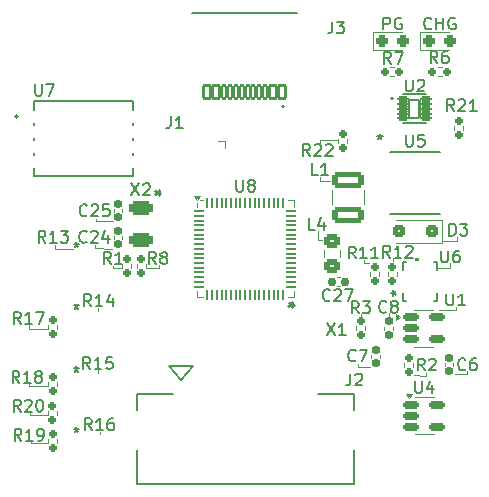
<source format=gto>
G04 #@! TF.GenerationSoftware,KiCad,Pcbnew,8.0.4*
G04 #@! TF.CreationDate,2024-10-04T00:04:43-04:00*
G04 #@! TF.ProjectId,BlueSTM32,426c7565-5354-44d3-9332-2e6b69636164,rev?*
G04 #@! TF.SameCoordinates,Original*
G04 #@! TF.FileFunction,Legend,Top*
G04 #@! TF.FilePolarity,Positive*
%FSLAX46Y46*%
G04 Gerber Fmt 4.6, Leading zero omitted, Abs format (unit mm)*
G04 Created by KiCad (PCBNEW 8.0.4) date 2024-10-04 00:04:43*
%MOMM*%
%LPD*%
G01*
G04 APERTURE LIST*
G04 Aperture macros list*
%AMRoundRect*
0 Rectangle with rounded corners*
0 $1 Rounding radius*
0 $2 $3 $4 $5 $6 $7 $8 $9 X,Y pos of 4 corners*
0 Add a 4 corners polygon primitive as box body*
4,1,4,$2,$3,$4,$5,$6,$7,$8,$9,$2,$3,0*
0 Add four circle primitives for the rounded corners*
1,1,$1+$1,$2,$3*
1,1,$1+$1,$4,$5*
1,1,$1+$1,$6,$7*
1,1,$1+$1,$8,$9*
0 Add four rect primitives between the rounded corners*
20,1,$1+$1,$2,$3,$4,$5,0*
20,1,$1+$1,$4,$5,$6,$7,0*
20,1,$1+$1,$6,$7,$8,$9,0*
20,1,$1+$1,$8,$9,$2,$3,0*%
G04 Aperture macros list end*
%ADD10C,0.100000*%
%ADD11C,0.150000*%
%ADD12C,0.250000*%
%ADD13C,0.152400*%
%ADD14C,0.000000*%
%ADD15C,0.120000*%
%ADD16C,0.200000*%
%ADD17C,0.127000*%
%ADD18C,0.010000*%
%ADD19R,0.576580X0.351536*%
%ADD20R,0.351536X0.576580*%
%ADD21RoundRect,0.150000X-0.512500X-0.150000X0.512500X-0.150000X0.512500X0.150000X-0.512500X0.150000X0*%
%ADD22RoundRect,0.200000X-0.017678X-0.300520X0.300520X0.017678X0.017678X0.300520X-0.300520X-0.017678X0*%
%ADD23RoundRect,0.300000X-0.700000X0.300000X-0.700000X-0.300000X0.700000X-0.300000X0.700000X0.300000X0*%
%ADD24R,6.400000X6.400000*%
%ADD25RoundRect,0.062500X-0.062500X-0.400000X0.062500X-0.400000X0.062500X0.400000X-0.062500X0.400000X0*%
%ADD26RoundRect,0.062500X-0.400000X-0.062500X0.400000X-0.062500X0.400000X0.062500X-0.400000X0.062500X0*%
%ADD27R,0.863600X0.431800*%
%ADD28R,4.343400X3.454400*%
%ADD29R,1.460500X0.533400*%
%ADD30RoundRect,0.102000X-0.450000X-0.750000X0.450000X-0.750000X0.450000X0.750000X-0.450000X0.750000X0*%
%ADD31RoundRect,0.102000X-0.380000X-0.110000X0.380000X-0.110000X0.380000X0.110000X-0.380000X0.110000X0*%
%ADD32RoundRect,0.160000X-0.160000X0.197500X-0.160000X-0.197500X0.160000X-0.197500X0.160000X0.197500X0*%
%ADD33R,0.736600X0.965200*%
%ADD34R,0.736600X0.355600*%
%ADD35RoundRect,0.160000X0.197500X0.160000X-0.197500X0.160000X-0.197500X-0.160000X0.197500X-0.160000X0*%
%ADD36RoundRect,0.160000X0.160000X-0.197500X0.160000X0.197500X-0.160000X0.197500X-0.160000X-0.197500X0*%
%ADD37RoundRect,0.250000X-0.450000X0.325000X-0.450000X-0.325000X0.450000X-0.325000X0.450000X0.325000X0*%
%ADD38RoundRect,0.250001X-1.074999X0.462499X-1.074999X-0.462499X1.074999X-0.462499X1.074999X0.462499X0*%
%ADD39R,2.100000X2.799999*%
%ADD40R,0.600000X1.900000*%
%ADD41C,0.787400*%
%ADD42C,0.990600*%
%ADD43RoundRect,0.250000X0.300000X0.300000X-0.300000X0.300000X-0.300000X-0.300000X0.300000X-0.300000X0*%
%ADD44RoundRect,0.237500X-0.287500X-0.237500X0.287500X-0.237500X0.287500X0.237500X-0.287500X0.237500X0*%
%ADD45RoundRect,0.155000X-0.212500X-0.155000X0.212500X-0.155000X0.212500X0.155000X-0.212500X0.155000X0*%
%ADD46RoundRect,0.155000X-0.155000X0.212500X-0.155000X-0.212500X0.155000X-0.212500X0.155000X0.212500X0*%
%ADD47RoundRect,0.155000X0.155000X-0.212500X0.155000X0.212500X-0.155000X0.212500X-0.155000X-0.212500X0*%
%ADD48RoundRect,0.102000X0.150000X0.550000X-0.150000X0.550000X-0.150000X-0.550000X0.150000X-0.550000X0*%
%ADD49RoundRect,0.102000X0.300000X0.550000X-0.300000X0.550000X-0.300000X-0.550000X0.300000X-0.550000X0*%
G04 APERTURE END LIST*
D10*
X157710000Y-135480000D02*
X157700000Y-135690000D01*
X157550000Y-130250000D02*
X157560000Y-130550000D01*
X157550000Y-124980000D02*
X157550000Y-125290000D01*
X151690000Y-126760000D02*
X151710000Y-126380000D01*
X153335000Y-126757621D02*
X151690000Y-126760000D01*
X151690000Y-131610000D02*
X151690000Y-131380000D01*
X153315000Y-131607621D02*
X151690000Y-131610000D01*
X151790000Y-134040000D02*
X151790000Y-133800000D01*
X153285000Y-134037621D02*
X151790000Y-134040000D01*
X151830000Y-136480000D02*
X151830000Y-136310000D01*
X153315000Y-136467621D02*
X151830000Y-136480000D01*
X153900000Y-119980000D02*
X155390000Y-120000000D01*
X153900000Y-119710000D02*
X153900000Y-119980000D01*
X162660000Y-121640000D02*
X161560000Y-121647621D01*
X162660000Y-121400000D02*
X162660000Y-121640000D01*
X158790000Y-121660000D02*
X159610000Y-121647621D01*
X158790000Y-121485000D02*
X158790000Y-121635000D01*
X157370000Y-117660000D02*
X158790000Y-117630000D01*
X157370000Y-117490000D02*
X157370000Y-117660000D01*
X157310000Y-119970000D02*
X158750000Y-119990000D01*
X157310000Y-119690000D02*
X157310000Y-119970000D01*
D11*
X176920476Y-126304819D02*
X177587142Y-127304819D01*
X177587142Y-126304819D02*
X176920476Y-127304819D01*
X178491904Y-127304819D02*
X177920476Y-127304819D01*
X178206190Y-127304819D02*
X178206190Y-126304819D01*
X178206190Y-126304819D02*
X178110952Y-126447676D01*
X178110952Y-126447676D02*
X178015714Y-126542914D01*
X178015714Y-126542914D02*
X177920476Y-126590533D01*
D10*
X176320000Y-114280000D02*
X177220000Y-114280000D01*
X176310000Y-113930000D02*
X176320000Y-114280000D01*
X176130000Y-119260000D02*
X176500000Y-119260000D01*
X176130000Y-118510000D02*
X176130000Y-119260000D01*
X176350000Y-110750000D02*
X177850000Y-110750000D01*
X176350000Y-111030000D02*
X176350000Y-110750000D01*
X182150000Y-125470000D02*
X182150000Y-125680000D01*
X179840000Y-125510000D02*
X179840000Y-125680000D01*
X179580000Y-129980000D02*
X180570000Y-129990000D01*
X179590000Y-129770000D02*
X179580000Y-129980000D01*
X185340000Y-130730000D02*
X184330000Y-130720000D01*
X185340000Y-130500000D02*
X185340000Y-130730000D01*
X188800000Y-130600000D02*
X187730000Y-130610000D01*
X188800000Y-130320000D02*
X188800000Y-130600000D01*
X187900000Y-119320000D02*
X186650000Y-119320000D01*
X187900000Y-118980000D02*
X187900000Y-119320000D01*
X187350000Y-121580000D02*
X186290000Y-121580000D01*
X187340000Y-121190000D02*
X187350000Y-121580000D01*
X187810000Y-125170000D02*
X186440000Y-125160000D01*
X187810000Y-124890000D02*
X187810000Y-125170000D01*
X180060000Y-121240000D02*
X180500000Y-121240000D01*
X180060000Y-120920000D02*
X180060000Y-121240000D01*
X182500000Y-120750000D02*
X182500000Y-121030000D01*
D11*
X186598095Y-120144819D02*
X186598095Y-120954342D01*
X186598095Y-120954342D02*
X186645714Y-121049580D01*
X186645714Y-121049580D02*
X186693333Y-121097200D01*
X186693333Y-121097200D02*
X186788571Y-121144819D01*
X186788571Y-121144819D02*
X186979047Y-121144819D01*
X186979047Y-121144819D02*
X187074285Y-121097200D01*
X187074285Y-121097200D02*
X187121904Y-121049580D01*
X187121904Y-121049580D02*
X187169523Y-120954342D01*
X187169523Y-120954342D02*
X187169523Y-120144819D01*
X188074285Y-120144819D02*
X187883809Y-120144819D01*
X187883809Y-120144819D02*
X187788571Y-120192438D01*
X187788571Y-120192438D02*
X187740952Y-120240057D01*
X187740952Y-120240057D02*
X187645714Y-120382914D01*
X187645714Y-120382914D02*
X187598095Y-120573390D01*
X187598095Y-120573390D02*
X187598095Y-120954342D01*
X187598095Y-120954342D02*
X187645714Y-121049580D01*
X187645714Y-121049580D02*
X187693333Y-121097200D01*
X187693333Y-121097200D02*
X187788571Y-121144819D01*
X187788571Y-121144819D02*
X187979047Y-121144819D01*
X187979047Y-121144819D02*
X188074285Y-121097200D01*
X188074285Y-121097200D02*
X188121904Y-121049580D01*
X188121904Y-121049580D02*
X188169523Y-120954342D01*
X188169523Y-120954342D02*
X188169523Y-120716247D01*
X188169523Y-120716247D02*
X188121904Y-120621009D01*
X188121904Y-120621009D02*
X188074285Y-120573390D01*
X188074285Y-120573390D02*
X187979047Y-120525771D01*
X187979047Y-120525771D02*
X187788571Y-120525771D01*
X187788571Y-120525771D02*
X187693333Y-120573390D01*
X187693333Y-120573390D02*
X187645714Y-120621009D01*
X187645714Y-120621009D02*
X187598095Y-120716247D01*
X182368519Y-123739999D02*
X182606614Y-123739999D01*
X182511376Y-123978094D02*
X182606614Y-123739999D01*
X182606614Y-123739999D02*
X182511376Y-123501904D01*
X182797090Y-123882856D02*
X182606614Y-123739999D01*
X182606614Y-123739999D02*
X182797090Y-123597142D01*
X187038095Y-123794819D02*
X187038095Y-124604342D01*
X187038095Y-124604342D02*
X187085714Y-124699580D01*
X187085714Y-124699580D02*
X187133333Y-124747200D01*
X187133333Y-124747200D02*
X187228571Y-124794819D01*
X187228571Y-124794819D02*
X187419047Y-124794819D01*
X187419047Y-124794819D02*
X187514285Y-124747200D01*
X187514285Y-124747200D02*
X187561904Y-124699580D01*
X187561904Y-124699580D02*
X187609523Y-124604342D01*
X187609523Y-124604342D02*
X187609523Y-123794819D01*
X188609523Y-124794819D02*
X188038095Y-124794819D01*
X188323809Y-124794819D02*
X188323809Y-123794819D01*
X188323809Y-123794819D02*
X188228571Y-123937676D01*
X188228571Y-123937676D02*
X188133333Y-124032914D01*
X188133333Y-124032914D02*
X188038095Y-124080533D01*
D12*
X173729913Y-124552582D02*
X173898272Y-124720941D01*
X173662569Y-124821956D02*
X173898272Y-124720941D01*
X173898272Y-124720941D02*
X173999287Y-124485238D01*
X173931943Y-124956643D02*
X173898272Y-124720941D01*
X173898272Y-124720941D02*
X174133974Y-124754612D01*
D11*
X160370476Y-114464819D02*
X161037142Y-115464819D01*
X161037142Y-114464819D02*
X160370476Y-115464819D01*
X161370476Y-114560057D02*
X161418095Y-114512438D01*
X161418095Y-114512438D02*
X161513333Y-114464819D01*
X161513333Y-114464819D02*
X161751428Y-114464819D01*
X161751428Y-114464819D02*
X161846666Y-114512438D01*
X161846666Y-114512438D02*
X161894285Y-114560057D01*
X161894285Y-114560057D02*
X161941904Y-114655295D01*
X161941904Y-114655295D02*
X161941904Y-114750533D01*
X161941904Y-114750533D02*
X161894285Y-114893390D01*
X161894285Y-114893390D02*
X161322857Y-115464819D01*
X161322857Y-115464819D02*
X161941904Y-115464819D01*
D12*
X162815380Y-115235425D02*
X162577285Y-115235425D01*
X162672523Y-114997330D02*
X162577285Y-115235425D01*
X162577285Y-115235425D02*
X162672523Y-115473520D01*
X162386809Y-115092568D02*
X162577285Y-115235425D01*
X162577285Y-115235425D02*
X162386809Y-115378282D01*
D11*
X169248095Y-114144819D02*
X169248095Y-114954342D01*
X169248095Y-114954342D02*
X169295714Y-115049580D01*
X169295714Y-115049580D02*
X169343333Y-115097200D01*
X169343333Y-115097200D02*
X169438571Y-115144819D01*
X169438571Y-115144819D02*
X169629047Y-115144819D01*
X169629047Y-115144819D02*
X169724285Y-115097200D01*
X169724285Y-115097200D02*
X169771904Y-115049580D01*
X169771904Y-115049580D02*
X169819523Y-114954342D01*
X169819523Y-114954342D02*
X169819523Y-114144819D01*
X170438571Y-114573390D02*
X170343333Y-114525771D01*
X170343333Y-114525771D02*
X170295714Y-114478152D01*
X170295714Y-114478152D02*
X170248095Y-114382914D01*
X170248095Y-114382914D02*
X170248095Y-114335295D01*
X170248095Y-114335295D02*
X170295714Y-114240057D01*
X170295714Y-114240057D02*
X170343333Y-114192438D01*
X170343333Y-114192438D02*
X170438571Y-114144819D01*
X170438571Y-114144819D02*
X170629047Y-114144819D01*
X170629047Y-114144819D02*
X170724285Y-114192438D01*
X170724285Y-114192438D02*
X170771904Y-114240057D01*
X170771904Y-114240057D02*
X170819523Y-114335295D01*
X170819523Y-114335295D02*
X170819523Y-114382914D01*
X170819523Y-114382914D02*
X170771904Y-114478152D01*
X170771904Y-114478152D02*
X170724285Y-114525771D01*
X170724285Y-114525771D02*
X170629047Y-114573390D01*
X170629047Y-114573390D02*
X170438571Y-114573390D01*
X170438571Y-114573390D02*
X170343333Y-114621009D01*
X170343333Y-114621009D02*
X170295714Y-114668628D01*
X170295714Y-114668628D02*
X170248095Y-114763866D01*
X170248095Y-114763866D02*
X170248095Y-114954342D01*
X170248095Y-114954342D02*
X170295714Y-115049580D01*
X170295714Y-115049580D02*
X170343333Y-115097200D01*
X170343333Y-115097200D02*
X170438571Y-115144819D01*
X170438571Y-115144819D02*
X170629047Y-115144819D01*
X170629047Y-115144819D02*
X170724285Y-115097200D01*
X170724285Y-115097200D02*
X170771904Y-115049580D01*
X170771904Y-115049580D02*
X170819523Y-114954342D01*
X170819523Y-114954342D02*
X170819523Y-114763866D01*
X170819523Y-114763866D02*
X170771904Y-114668628D01*
X170771904Y-114668628D02*
X170724285Y-114621009D01*
X170724285Y-114621009D02*
X170629047Y-114573390D01*
X152218095Y-106034819D02*
X152218095Y-106844342D01*
X152218095Y-106844342D02*
X152265714Y-106939580D01*
X152265714Y-106939580D02*
X152313333Y-106987200D01*
X152313333Y-106987200D02*
X152408571Y-107034819D01*
X152408571Y-107034819D02*
X152599047Y-107034819D01*
X152599047Y-107034819D02*
X152694285Y-106987200D01*
X152694285Y-106987200D02*
X152741904Y-106939580D01*
X152741904Y-106939580D02*
X152789523Y-106844342D01*
X152789523Y-106844342D02*
X152789523Y-106034819D01*
X153170476Y-106034819D02*
X153837142Y-106034819D01*
X153837142Y-106034819D02*
X153408571Y-107034819D01*
X183610595Y-110334819D02*
X183610595Y-111144342D01*
X183610595Y-111144342D02*
X183658214Y-111239580D01*
X183658214Y-111239580D02*
X183705833Y-111287200D01*
X183705833Y-111287200D02*
X183801071Y-111334819D01*
X183801071Y-111334819D02*
X183991547Y-111334819D01*
X183991547Y-111334819D02*
X184086785Y-111287200D01*
X184086785Y-111287200D02*
X184134404Y-111239580D01*
X184134404Y-111239580D02*
X184182023Y-111144342D01*
X184182023Y-111144342D02*
X184182023Y-110334819D01*
X185134404Y-110334819D02*
X184658214Y-110334819D01*
X184658214Y-110334819D02*
X184610595Y-110811009D01*
X184610595Y-110811009D02*
X184658214Y-110763390D01*
X184658214Y-110763390D02*
X184753452Y-110715771D01*
X184753452Y-110715771D02*
X184991547Y-110715771D01*
X184991547Y-110715771D02*
X185086785Y-110763390D01*
X185086785Y-110763390D02*
X185134404Y-110811009D01*
X185134404Y-110811009D02*
X185182023Y-110906247D01*
X185182023Y-110906247D02*
X185182023Y-111144342D01*
X185182023Y-111144342D02*
X185134404Y-111239580D01*
X185134404Y-111239580D02*
X185086785Y-111287200D01*
X185086785Y-111287200D02*
X184991547Y-111334819D01*
X184991547Y-111334819D02*
X184753452Y-111334819D01*
X184753452Y-111334819D02*
X184658214Y-111287200D01*
X184658214Y-111287200D02*
X184610595Y-111239580D01*
X181394350Y-110263419D02*
X181394350Y-110501514D01*
X181156255Y-110406276D02*
X181394350Y-110501514D01*
X181394350Y-110501514D02*
X181632445Y-110406276D01*
X181251493Y-110691990D02*
X181394350Y-110501514D01*
X181394350Y-110501514D02*
X181537207Y-110691990D01*
X181394350Y-110263419D02*
X181394350Y-110501514D01*
X181156255Y-110406276D02*
X181394350Y-110501514D01*
X181394350Y-110501514D02*
X181632445Y-110406276D01*
X181251493Y-110691990D02*
X181394350Y-110501514D01*
X181394350Y-110501514D02*
X181537207Y-110691990D01*
X184380595Y-131194819D02*
X184380595Y-132004342D01*
X184380595Y-132004342D02*
X184428214Y-132099580D01*
X184428214Y-132099580D02*
X184475833Y-132147200D01*
X184475833Y-132147200D02*
X184571071Y-132194819D01*
X184571071Y-132194819D02*
X184761547Y-132194819D01*
X184761547Y-132194819D02*
X184856785Y-132147200D01*
X184856785Y-132147200D02*
X184904404Y-132099580D01*
X184904404Y-132099580D02*
X184952023Y-132004342D01*
X184952023Y-132004342D02*
X184952023Y-131194819D01*
X185856785Y-131528152D02*
X185856785Y-132194819D01*
X185618690Y-131147200D02*
X185380595Y-131861485D01*
X185380595Y-131861485D02*
X185999642Y-131861485D01*
X183602595Y-105668419D02*
X183602595Y-106477942D01*
X183602595Y-106477942D02*
X183650214Y-106573180D01*
X183650214Y-106573180D02*
X183697833Y-106620800D01*
X183697833Y-106620800D02*
X183793071Y-106668419D01*
X183793071Y-106668419D02*
X183983547Y-106668419D01*
X183983547Y-106668419D02*
X184078785Y-106620800D01*
X184078785Y-106620800D02*
X184126404Y-106573180D01*
X184126404Y-106573180D02*
X184174023Y-106477942D01*
X184174023Y-106477942D02*
X184174023Y-105668419D01*
X184602595Y-105763657D02*
X184650214Y-105716038D01*
X184650214Y-105716038D02*
X184745452Y-105668419D01*
X184745452Y-105668419D02*
X184983547Y-105668419D01*
X184983547Y-105668419D02*
X185078785Y-105716038D01*
X185078785Y-105716038D02*
X185126404Y-105763657D01*
X185126404Y-105763657D02*
X185174023Y-105858895D01*
X185174023Y-105858895D02*
X185174023Y-105954133D01*
X185174023Y-105954133D02*
X185126404Y-106096990D01*
X185126404Y-106096990D02*
X184554976Y-106668419D01*
X184554976Y-106668419D02*
X185174023Y-106668419D01*
X175487142Y-112144819D02*
X175153809Y-111668628D01*
X174915714Y-112144819D02*
X174915714Y-111144819D01*
X174915714Y-111144819D02*
X175296666Y-111144819D01*
X175296666Y-111144819D02*
X175391904Y-111192438D01*
X175391904Y-111192438D02*
X175439523Y-111240057D01*
X175439523Y-111240057D02*
X175487142Y-111335295D01*
X175487142Y-111335295D02*
X175487142Y-111478152D01*
X175487142Y-111478152D02*
X175439523Y-111573390D01*
X175439523Y-111573390D02*
X175391904Y-111621009D01*
X175391904Y-111621009D02*
X175296666Y-111668628D01*
X175296666Y-111668628D02*
X174915714Y-111668628D01*
X175868095Y-111240057D02*
X175915714Y-111192438D01*
X175915714Y-111192438D02*
X176010952Y-111144819D01*
X176010952Y-111144819D02*
X176249047Y-111144819D01*
X176249047Y-111144819D02*
X176344285Y-111192438D01*
X176344285Y-111192438D02*
X176391904Y-111240057D01*
X176391904Y-111240057D02*
X176439523Y-111335295D01*
X176439523Y-111335295D02*
X176439523Y-111430533D01*
X176439523Y-111430533D02*
X176391904Y-111573390D01*
X176391904Y-111573390D02*
X175820476Y-112144819D01*
X175820476Y-112144819D02*
X176439523Y-112144819D01*
X176820476Y-111240057D02*
X176868095Y-111192438D01*
X176868095Y-111192438D02*
X176963333Y-111144819D01*
X176963333Y-111144819D02*
X177201428Y-111144819D01*
X177201428Y-111144819D02*
X177296666Y-111192438D01*
X177296666Y-111192438D02*
X177344285Y-111240057D01*
X177344285Y-111240057D02*
X177391904Y-111335295D01*
X177391904Y-111335295D02*
X177391904Y-111430533D01*
X177391904Y-111430533D02*
X177344285Y-111573390D01*
X177344285Y-111573390D02*
X176772857Y-112144819D01*
X176772857Y-112144819D02*
X177391904Y-112144819D01*
X187687142Y-108334819D02*
X187353809Y-107858628D01*
X187115714Y-108334819D02*
X187115714Y-107334819D01*
X187115714Y-107334819D02*
X187496666Y-107334819D01*
X187496666Y-107334819D02*
X187591904Y-107382438D01*
X187591904Y-107382438D02*
X187639523Y-107430057D01*
X187639523Y-107430057D02*
X187687142Y-107525295D01*
X187687142Y-107525295D02*
X187687142Y-107668152D01*
X187687142Y-107668152D02*
X187639523Y-107763390D01*
X187639523Y-107763390D02*
X187591904Y-107811009D01*
X187591904Y-107811009D02*
X187496666Y-107858628D01*
X187496666Y-107858628D02*
X187115714Y-107858628D01*
X188068095Y-107430057D02*
X188115714Y-107382438D01*
X188115714Y-107382438D02*
X188210952Y-107334819D01*
X188210952Y-107334819D02*
X188449047Y-107334819D01*
X188449047Y-107334819D02*
X188544285Y-107382438D01*
X188544285Y-107382438D02*
X188591904Y-107430057D01*
X188591904Y-107430057D02*
X188639523Y-107525295D01*
X188639523Y-107525295D02*
X188639523Y-107620533D01*
X188639523Y-107620533D02*
X188591904Y-107763390D01*
X188591904Y-107763390D02*
X188020476Y-108334819D01*
X188020476Y-108334819D02*
X188639523Y-108334819D01*
X189591904Y-108334819D02*
X189020476Y-108334819D01*
X189306190Y-108334819D02*
X189306190Y-107334819D01*
X189306190Y-107334819D02*
X189210952Y-107477676D01*
X189210952Y-107477676D02*
X189115714Y-107572914D01*
X189115714Y-107572914D02*
X189020476Y-107620533D01*
X150982142Y-133777319D02*
X150648809Y-133301128D01*
X150410714Y-133777319D02*
X150410714Y-132777319D01*
X150410714Y-132777319D02*
X150791666Y-132777319D01*
X150791666Y-132777319D02*
X150886904Y-132824938D01*
X150886904Y-132824938D02*
X150934523Y-132872557D01*
X150934523Y-132872557D02*
X150982142Y-132967795D01*
X150982142Y-132967795D02*
X150982142Y-133110652D01*
X150982142Y-133110652D02*
X150934523Y-133205890D01*
X150934523Y-133205890D02*
X150886904Y-133253509D01*
X150886904Y-133253509D02*
X150791666Y-133301128D01*
X150791666Y-133301128D02*
X150410714Y-133301128D01*
X151363095Y-132872557D02*
X151410714Y-132824938D01*
X151410714Y-132824938D02*
X151505952Y-132777319D01*
X151505952Y-132777319D02*
X151744047Y-132777319D01*
X151744047Y-132777319D02*
X151839285Y-132824938D01*
X151839285Y-132824938D02*
X151886904Y-132872557D01*
X151886904Y-132872557D02*
X151934523Y-132967795D01*
X151934523Y-132967795D02*
X151934523Y-133063033D01*
X151934523Y-133063033D02*
X151886904Y-133205890D01*
X151886904Y-133205890D02*
X151315476Y-133777319D01*
X151315476Y-133777319D02*
X151934523Y-133777319D01*
X152553571Y-132777319D02*
X152648809Y-132777319D01*
X152648809Y-132777319D02*
X152744047Y-132824938D01*
X152744047Y-132824938D02*
X152791666Y-132872557D01*
X152791666Y-132872557D02*
X152839285Y-132967795D01*
X152839285Y-132967795D02*
X152886904Y-133158271D01*
X152886904Y-133158271D02*
X152886904Y-133396366D01*
X152886904Y-133396366D02*
X152839285Y-133586842D01*
X152839285Y-133586842D02*
X152791666Y-133682080D01*
X152791666Y-133682080D02*
X152744047Y-133729700D01*
X152744047Y-133729700D02*
X152648809Y-133777319D01*
X152648809Y-133777319D02*
X152553571Y-133777319D01*
X152553571Y-133777319D02*
X152458333Y-133729700D01*
X152458333Y-133729700D02*
X152410714Y-133682080D01*
X152410714Y-133682080D02*
X152363095Y-133586842D01*
X152363095Y-133586842D02*
X152315476Y-133396366D01*
X152315476Y-133396366D02*
X152315476Y-133158271D01*
X152315476Y-133158271D02*
X152363095Y-132967795D01*
X152363095Y-132967795D02*
X152410714Y-132872557D01*
X152410714Y-132872557D02*
X152458333Y-132824938D01*
X152458333Y-132824938D02*
X152553571Y-132777319D01*
X151042142Y-136237319D02*
X150708809Y-135761128D01*
X150470714Y-136237319D02*
X150470714Y-135237319D01*
X150470714Y-135237319D02*
X150851666Y-135237319D01*
X150851666Y-135237319D02*
X150946904Y-135284938D01*
X150946904Y-135284938D02*
X150994523Y-135332557D01*
X150994523Y-135332557D02*
X151042142Y-135427795D01*
X151042142Y-135427795D02*
X151042142Y-135570652D01*
X151042142Y-135570652D02*
X150994523Y-135665890D01*
X150994523Y-135665890D02*
X150946904Y-135713509D01*
X150946904Y-135713509D02*
X150851666Y-135761128D01*
X150851666Y-135761128D02*
X150470714Y-135761128D01*
X151994523Y-136237319D02*
X151423095Y-136237319D01*
X151708809Y-136237319D02*
X151708809Y-135237319D01*
X151708809Y-135237319D02*
X151613571Y-135380176D01*
X151613571Y-135380176D02*
X151518333Y-135475414D01*
X151518333Y-135475414D02*
X151423095Y-135523033D01*
X152470714Y-136237319D02*
X152661190Y-136237319D01*
X152661190Y-136237319D02*
X152756428Y-136189700D01*
X152756428Y-136189700D02*
X152804047Y-136142080D01*
X152804047Y-136142080D02*
X152899285Y-135999223D01*
X152899285Y-135999223D02*
X152946904Y-135808747D01*
X152946904Y-135808747D02*
X152946904Y-135427795D01*
X152946904Y-135427795D02*
X152899285Y-135332557D01*
X152899285Y-135332557D02*
X152851666Y-135284938D01*
X152851666Y-135284938D02*
X152756428Y-135237319D01*
X152756428Y-135237319D02*
X152565952Y-135237319D01*
X152565952Y-135237319D02*
X152470714Y-135284938D01*
X152470714Y-135284938D02*
X152423095Y-135332557D01*
X152423095Y-135332557D02*
X152375476Y-135427795D01*
X152375476Y-135427795D02*
X152375476Y-135665890D01*
X152375476Y-135665890D02*
X152423095Y-135761128D01*
X152423095Y-135761128D02*
X152470714Y-135808747D01*
X152470714Y-135808747D02*
X152565952Y-135856366D01*
X152565952Y-135856366D02*
X152756428Y-135856366D01*
X152756428Y-135856366D02*
X152851666Y-135808747D01*
X152851666Y-135808747D02*
X152899285Y-135761128D01*
X152899285Y-135761128D02*
X152946904Y-135665890D01*
X150872142Y-131337319D02*
X150538809Y-130861128D01*
X150300714Y-131337319D02*
X150300714Y-130337319D01*
X150300714Y-130337319D02*
X150681666Y-130337319D01*
X150681666Y-130337319D02*
X150776904Y-130384938D01*
X150776904Y-130384938D02*
X150824523Y-130432557D01*
X150824523Y-130432557D02*
X150872142Y-130527795D01*
X150872142Y-130527795D02*
X150872142Y-130670652D01*
X150872142Y-130670652D02*
X150824523Y-130765890D01*
X150824523Y-130765890D02*
X150776904Y-130813509D01*
X150776904Y-130813509D02*
X150681666Y-130861128D01*
X150681666Y-130861128D02*
X150300714Y-130861128D01*
X151824523Y-131337319D02*
X151253095Y-131337319D01*
X151538809Y-131337319D02*
X151538809Y-130337319D01*
X151538809Y-130337319D02*
X151443571Y-130480176D01*
X151443571Y-130480176D02*
X151348333Y-130575414D01*
X151348333Y-130575414D02*
X151253095Y-130623033D01*
X152395952Y-130765890D02*
X152300714Y-130718271D01*
X152300714Y-130718271D02*
X152253095Y-130670652D01*
X152253095Y-130670652D02*
X152205476Y-130575414D01*
X152205476Y-130575414D02*
X152205476Y-130527795D01*
X152205476Y-130527795D02*
X152253095Y-130432557D01*
X152253095Y-130432557D02*
X152300714Y-130384938D01*
X152300714Y-130384938D02*
X152395952Y-130337319D01*
X152395952Y-130337319D02*
X152586428Y-130337319D01*
X152586428Y-130337319D02*
X152681666Y-130384938D01*
X152681666Y-130384938D02*
X152729285Y-130432557D01*
X152729285Y-130432557D02*
X152776904Y-130527795D01*
X152776904Y-130527795D02*
X152776904Y-130575414D01*
X152776904Y-130575414D02*
X152729285Y-130670652D01*
X152729285Y-130670652D02*
X152681666Y-130718271D01*
X152681666Y-130718271D02*
X152586428Y-130765890D01*
X152586428Y-130765890D02*
X152395952Y-130765890D01*
X152395952Y-130765890D02*
X152300714Y-130813509D01*
X152300714Y-130813509D02*
X152253095Y-130861128D01*
X152253095Y-130861128D02*
X152205476Y-130956366D01*
X152205476Y-130956366D02*
X152205476Y-131146842D01*
X152205476Y-131146842D02*
X152253095Y-131242080D01*
X152253095Y-131242080D02*
X152300714Y-131289700D01*
X152300714Y-131289700D02*
X152395952Y-131337319D01*
X152395952Y-131337319D02*
X152586428Y-131337319D01*
X152586428Y-131337319D02*
X152681666Y-131289700D01*
X152681666Y-131289700D02*
X152729285Y-131242080D01*
X152729285Y-131242080D02*
X152776904Y-131146842D01*
X152776904Y-131146842D02*
X152776904Y-130956366D01*
X152776904Y-130956366D02*
X152729285Y-130861128D01*
X152729285Y-130861128D02*
X152681666Y-130813509D01*
X152681666Y-130813509D02*
X152586428Y-130765890D01*
X150992142Y-126354819D02*
X150658809Y-125878628D01*
X150420714Y-126354819D02*
X150420714Y-125354819D01*
X150420714Y-125354819D02*
X150801666Y-125354819D01*
X150801666Y-125354819D02*
X150896904Y-125402438D01*
X150896904Y-125402438D02*
X150944523Y-125450057D01*
X150944523Y-125450057D02*
X150992142Y-125545295D01*
X150992142Y-125545295D02*
X150992142Y-125688152D01*
X150992142Y-125688152D02*
X150944523Y-125783390D01*
X150944523Y-125783390D02*
X150896904Y-125831009D01*
X150896904Y-125831009D02*
X150801666Y-125878628D01*
X150801666Y-125878628D02*
X150420714Y-125878628D01*
X151944523Y-126354819D02*
X151373095Y-126354819D01*
X151658809Y-126354819D02*
X151658809Y-125354819D01*
X151658809Y-125354819D02*
X151563571Y-125497676D01*
X151563571Y-125497676D02*
X151468333Y-125592914D01*
X151468333Y-125592914D02*
X151373095Y-125640533D01*
X152277857Y-125354819D02*
X152944523Y-125354819D01*
X152944523Y-125354819D02*
X152515952Y-126354819D01*
X156997142Y-135344319D02*
X156663809Y-134868128D01*
X156425714Y-135344319D02*
X156425714Y-134344319D01*
X156425714Y-134344319D02*
X156806666Y-134344319D01*
X156806666Y-134344319D02*
X156901904Y-134391938D01*
X156901904Y-134391938D02*
X156949523Y-134439557D01*
X156949523Y-134439557D02*
X156997142Y-134534795D01*
X156997142Y-134534795D02*
X156997142Y-134677652D01*
X156997142Y-134677652D02*
X156949523Y-134772890D01*
X156949523Y-134772890D02*
X156901904Y-134820509D01*
X156901904Y-134820509D02*
X156806666Y-134868128D01*
X156806666Y-134868128D02*
X156425714Y-134868128D01*
X157949523Y-135344319D02*
X157378095Y-135344319D01*
X157663809Y-135344319D02*
X157663809Y-134344319D01*
X157663809Y-134344319D02*
X157568571Y-134487176D01*
X157568571Y-134487176D02*
X157473333Y-134582414D01*
X157473333Y-134582414D02*
X157378095Y-134630033D01*
X158806666Y-134344319D02*
X158616190Y-134344319D01*
X158616190Y-134344319D02*
X158520952Y-134391938D01*
X158520952Y-134391938D02*
X158473333Y-134439557D01*
X158473333Y-134439557D02*
X158378095Y-134582414D01*
X158378095Y-134582414D02*
X158330476Y-134772890D01*
X158330476Y-134772890D02*
X158330476Y-135153842D01*
X158330476Y-135153842D02*
X158378095Y-135249080D01*
X158378095Y-135249080D02*
X158425714Y-135296700D01*
X158425714Y-135296700D02*
X158520952Y-135344319D01*
X158520952Y-135344319D02*
X158711428Y-135344319D01*
X158711428Y-135344319D02*
X158806666Y-135296700D01*
X158806666Y-135296700D02*
X158854285Y-135249080D01*
X158854285Y-135249080D02*
X158901904Y-135153842D01*
X158901904Y-135153842D02*
X158901904Y-134915747D01*
X158901904Y-134915747D02*
X158854285Y-134820509D01*
X158854285Y-134820509D02*
X158806666Y-134772890D01*
X158806666Y-134772890D02*
X158711428Y-134725271D01*
X158711428Y-134725271D02*
X158520952Y-134725271D01*
X158520952Y-134725271D02*
X158425714Y-134772890D01*
X158425714Y-134772890D02*
X158378095Y-134820509D01*
X158378095Y-134820509D02*
X158330476Y-134915747D01*
X155707900Y-135078719D02*
X155707900Y-135316814D01*
X155469805Y-135221576D02*
X155707900Y-135316814D01*
X155707900Y-135316814D02*
X155945995Y-135221576D01*
X155565043Y-135507290D02*
X155707900Y-135316814D01*
X155707900Y-135316814D02*
X155850757Y-135507290D01*
X155707900Y-135078719D02*
X155707900Y-135316814D01*
X155469805Y-135221576D02*
X155707900Y-135316814D01*
X155707900Y-135316814D02*
X155945995Y-135221576D01*
X155565043Y-135507290D02*
X155707900Y-135316814D01*
X155707900Y-135316814D02*
X155850757Y-135507290D01*
X156877142Y-130164319D02*
X156543809Y-129688128D01*
X156305714Y-130164319D02*
X156305714Y-129164319D01*
X156305714Y-129164319D02*
X156686666Y-129164319D01*
X156686666Y-129164319D02*
X156781904Y-129211938D01*
X156781904Y-129211938D02*
X156829523Y-129259557D01*
X156829523Y-129259557D02*
X156877142Y-129354795D01*
X156877142Y-129354795D02*
X156877142Y-129497652D01*
X156877142Y-129497652D02*
X156829523Y-129592890D01*
X156829523Y-129592890D02*
X156781904Y-129640509D01*
X156781904Y-129640509D02*
X156686666Y-129688128D01*
X156686666Y-129688128D02*
X156305714Y-129688128D01*
X157829523Y-130164319D02*
X157258095Y-130164319D01*
X157543809Y-130164319D02*
X157543809Y-129164319D01*
X157543809Y-129164319D02*
X157448571Y-129307176D01*
X157448571Y-129307176D02*
X157353333Y-129402414D01*
X157353333Y-129402414D02*
X157258095Y-129450033D01*
X158734285Y-129164319D02*
X158258095Y-129164319D01*
X158258095Y-129164319D02*
X158210476Y-129640509D01*
X158210476Y-129640509D02*
X158258095Y-129592890D01*
X158258095Y-129592890D02*
X158353333Y-129545271D01*
X158353333Y-129545271D02*
X158591428Y-129545271D01*
X158591428Y-129545271D02*
X158686666Y-129592890D01*
X158686666Y-129592890D02*
X158734285Y-129640509D01*
X158734285Y-129640509D02*
X158781904Y-129735747D01*
X158781904Y-129735747D02*
X158781904Y-129973842D01*
X158781904Y-129973842D02*
X158734285Y-130069080D01*
X158734285Y-130069080D02*
X158686666Y-130116700D01*
X158686666Y-130116700D02*
X158591428Y-130164319D01*
X158591428Y-130164319D02*
X158353333Y-130164319D01*
X158353333Y-130164319D02*
X158258095Y-130116700D01*
X158258095Y-130116700D02*
X158210476Y-130069080D01*
X155707900Y-129958719D02*
X155707900Y-130196814D01*
X155469805Y-130101576D02*
X155707900Y-130196814D01*
X155707900Y-130196814D02*
X155945995Y-130101576D01*
X155565043Y-130387290D02*
X155707900Y-130196814D01*
X155707900Y-130196814D02*
X155850757Y-130387290D01*
X155707900Y-129958719D02*
X155707900Y-130196814D01*
X155469805Y-130101576D02*
X155707900Y-130196814D01*
X155707900Y-130196814D02*
X155945995Y-130101576D01*
X155565043Y-130387290D02*
X155707900Y-130196814D01*
X155707900Y-130196814D02*
X155850757Y-130387290D01*
X156957142Y-124854319D02*
X156623809Y-124378128D01*
X156385714Y-124854319D02*
X156385714Y-123854319D01*
X156385714Y-123854319D02*
X156766666Y-123854319D01*
X156766666Y-123854319D02*
X156861904Y-123901938D01*
X156861904Y-123901938D02*
X156909523Y-123949557D01*
X156909523Y-123949557D02*
X156957142Y-124044795D01*
X156957142Y-124044795D02*
X156957142Y-124187652D01*
X156957142Y-124187652D02*
X156909523Y-124282890D01*
X156909523Y-124282890D02*
X156861904Y-124330509D01*
X156861904Y-124330509D02*
X156766666Y-124378128D01*
X156766666Y-124378128D02*
X156385714Y-124378128D01*
X157909523Y-124854319D02*
X157338095Y-124854319D01*
X157623809Y-124854319D02*
X157623809Y-123854319D01*
X157623809Y-123854319D02*
X157528571Y-123997176D01*
X157528571Y-123997176D02*
X157433333Y-124092414D01*
X157433333Y-124092414D02*
X157338095Y-124140033D01*
X158766666Y-124187652D02*
X158766666Y-124854319D01*
X158528571Y-123806700D02*
X158290476Y-124520985D01*
X158290476Y-124520985D02*
X158909523Y-124520985D01*
X155707900Y-124628719D02*
X155707900Y-124866814D01*
X155469805Y-124771576D02*
X155707900Y-124866814D01*
X155707900Y-124866814D02*
X155945995Y-124771576D01*
X155565043Y-125057290D02*
X155707900Y-124866814D01*
X155707900Y-124866814D02*
X155850757Y-125057290D01*
X155707900Y-124628719D02*
X155707900Y-124866814D01*
X155469805Y-124771576D02*
X155707900Y-124866814D01*
X155707900Y-124866814D02*
X155945995Y-124771576D01*
X155565043Y-125057290D02*
X155707900Y-124866814D01*
X155707900Y-124866814D02*
X155850757Y-125057290D01*
X153087142Y-119464819D02*
X152753809Y-118988628D01*
X152515714Y-119464819D02*
X152515714Y-118464819D01*
X152515714Y-118464819D02*
X152896666Y-118464819D01*
X152896666Y-118464819D02*
X152991904Y-118512438D01*
X152991904Y-118512438D02*
X153039523Y-118560057D01*
X153039523Y-118560057D02*
X153087142Y-118655295D01*
X153087142Y-118655295D02*
X153087142Y-118798152D01*
X153087142Y-118798152D02*
X153039523Y-118893390D01*
X153039523Y-118893390D02*
X152991904Y-118941009D01*
X152991904Y-118941009D02*
X152896666Y-118988628D01*
X152896666Y-118988628D02*
X152515714Y-118988628D01*
X154039523Y-119464819D02*
X153468095Y-119464819D01*
X153753809Y-119464819D02*
X153753809Y-118464819D01*
X153753809Y-118464819D02*
X153658571Y-118607676D01*
X153658571Y-118607676D02*
X153563333Y-118702914D01*
X153563333Y-118702914D02*
X153468095Y-118750533D01*
X154372857Y-118464819D02*
X154991904Y-118464819D01*
X154991904Y-118464819D02*
X154658571Y-118845771D01*
X154658571Y-118845771D02*
X154801428Y-118845771D01*
X154801428Y-118845771D02*
X154896666Y-118893390D01*
X154896666Y-118893390D02*
X154944285Y-118941009D01*
X154944285Y-118941009D02*
X154991904Y-119036247D01*
X154991904Y-119036247D02*
X154991904Y-119274342D01*
X154991904Y-119274342D02*
X154944285Y-119369580D01*
X154944285Y-119369580D02*
X154896666Y-119417200D01*
X154896666Y-119417200D02*
X154801428Y-119464819D01*
X154801428Y-119464819D02*
X154515714Y-119464819D01*
X154515714Y-119464819D02*
X154420476Y-119417200D01*
X154420476Y-119417200D02*
X154372857Y-119369580D01*
X155712900Y-119409219D02*
X155712900Y-119647314D01*
X155474805Y-119552076D02*
X155712900Y-119647314D01*
X155712900Y-119647314D02*
X155950995Y-119552076D01*
X155570043Y-119837790D02*
X155712900Y-119647314D01*
X155712900Y-119647314D02*
X155855757Y-119837790D01*
X155712900Y-119409219D02*
X155712900Y-119647314D01*
X155474805Y-119552076D02*
X155712900Y-119647314D01*
X155712900Y-119647314D02*
X155950995Y-119552076D01*
X155570043Y-119837790D02*
X155712900Y-119647314D01*
X155712900Y-119647314D02*
X155855757Y-119837790D01*
X182267142Y-120734819D02*
X181933809Y-120258628D01*
X181695714Y-120734819D02*
X181695714Y-119734819D01*
X181695714Y-119734819D02*
X182076666Y-119734819D01*
X182076666Y-119734819D02*
X182171904Y-119782438D01*
X182171904Y-119782438D02*
X182219523Y-119830057D01*
X182219523Y-119830057D02*
X182267142Y-119925295D01*
X182267142Y-119925295D02*
X182267142Y-120068152D01*
X182267142Y-120068152D02*
X182219523Y-120163390D01*
X182219523Y-120163390D02*
X182171904Y-120211009D01*
X182171904Y-120211009D02*
X182076666Y-120258628D01*
X182076666Y-120258628D02*
X181695714Y-120258628D01*
X183219523Y-120734819D02*
X182648095Y-120734819D01*
X182933809Y-120734819D02*
X182933809Y-119734819D01*
X182933809Y-119734819D02*
X182838571Y-119877676D01*
X182838571Y-119877676D02*
X182743333Y-119972914D01*
X182743333Y-119972914D02*
X182648095Y-120020533D01*
X183600476Y-119830057D02*
X183648095Y-119782438D01*
X183648095Y-119782438D02*
X183743333Y-119734819D01*
X183743333Y-119734819D02*
X183981428Y-119734819D01*
X183981428Y-119734819D02*
X184076666Y-119782438D01*
X184076666Y-119782438D02*
X184124285Y-119830057D01*
X184124285Y-119830057D02*
X184171904Y-119925295D01*
X184171904Y-119925295D02*
X184171904Y-120020533D01*
X184171904Y-120020533D02*
X184124285Y-120163390D01*
X184124285Y-120163390D02*
X183552857Y-120734819D01*
X183552857Y-120734819D02*
X184171904Y-120734819D01*
X179347142Y-120804819D02*
X179013809Y-120328628D01*
X178775714Y-120804819D02*
X178775714Y-119804819D01*
X178775714Y-119804819D02*
X179156666Y-119804819D01*
X179156666Y-119804819D02*
X179251904Y-119852438D01*
X179251904Y-119852438D02*
X179299523Y-119900057D01*
X179299523Y-119900057D02*
X179347142Y-119995295D01*
X179347142Y-119995295D02*
X179347142Y-120138152D01*
X179347142Y-120138152D02*
X179299523Y-120233390D01*
X179299523Y-120233390D02*
X179251904Y-120281009D01*
X179251904Y-120281009D02*
X179156666Y-120328628D01*
X179156666Y-120328628D02*
X178775714Y-120328628D01*
X180299523Y-120804819D02*
X179728095Y-120804819D01*
X180013809Y-120804819D02*
X180013809Y-119804819D01*
X180013809Y-119804819D02*
X179918571Y-119947676D01*
X179918571Y-119947676D02*
X179823333Y-120042914D01*
X179823333Y-120042914D02*
X179728095Y-120090533D01*
X181251904Y-120804819D02*
X180680476Y-120804819D01*
X180966190Y-120804819D02*
X180966190Y-119804819D01*
X180966190Y-119804819D02*
X180870952Y-119947676D01*
X180870952Y-119947676D02*
X180775714Y-120042914D01*
X180775714Y-120042914D02*
X180680476Y-120090533D01*
X162443333Y-121264819D02*
X162110000Y-120788628D01*
X161871905Y-121264819D02*
X161871905Y-120264819D01*
X161871905Y-120264819D02*
X162252857Y-120264819D01*
X162252857Y-120264819D02*
X162348095Y-120312438D01*
X162348095Y-120312438D02*
X162395714Y-120360057D01*
X162395714Y-120360057D02*
X162443333Y-120455295D01*
X162443333Y-120455295D02*
X162443333Y-120598152D01*
X162443333Y-120598152D02*
X162395714Y-120693390D01*
X162395714Y-120693390D02*
X162348095Y-120741009D01*
X162348095Y-120741009D02*
X162252857Y-120788628D01*
X162252857Y-120788628D02*
X161871905Y-120788628D01*
X163014762Y-120693390D02*
X162919524Y-120645771D01*
X162919524Y-120645771D02*
X162871905Y-120598152D01*
X162871905Y-120598152D02*
X162824286Y-120502914D01*
X162824286Y-120502914D02*
X162824286Y-120455295D01*
X162824286Y-120455295D02*
X162871905Y-120360057D01*
X162871905Y-120360057D02*
X162919524Y-120312438D01*
X162919524Y-120312438D02*
X163014762Y-120264819D01*
X163014762Y-120264819D02*
X163205238Y-120264819D01*
X163205238Y-120264819D02*
X163300476Y-120312438D01*
X163300476Y-120312438D02*
X163348095Y-120360057D01*
X163348095Y-120360057D02*
X163395714Y-120455295D01*
X163395714Y-120455295D02*
X163395714Y-120502914D01*
X163395714Y-120502914D02*
X163348095Y-120598152D01*
X163348095Y-120598152D02*
X163300476Y-120645771D01*
X163300476Y-120645771D02*
X163205238Y-120693390D01*
X163205238Y-120693390D02*
X163014762Y-120693390D01*
X163014762Y-120693390D02*
X162919524Y-120741009D01*
X162919524Y-120741009D02*
X162871905Y-120788628D01*
X162871905Y-120788628D02*
X162824286Y-120883866D01*
X162824286Y-120883866D02*
X162824286Y-121074342D01*
X162824286Y-121074342D02*
X162871905Y-121169580D01*
X162871905Y-121169580D02*
X162919524Y-121217200D01*
X162919524Y-121217200D02*
X163014762Y-121264819D01*
X163014762Y-121264819D02*
X163205238Y-121264819D01*
X163205238Y-121264819D02*
X163300476Y-121217200D01*
X163300476Y-121217200D02*
X163348095Y-121169580D01*
X163348095Y-121169580D02*
X163395714Y-121074342D01*
X163395714Y-121074342D02*
X163395714Y-120883866D01*
X163395714Y-120883866D02*
X163348095Y-120788628D01*
X163348095Y-120788628D02*
X163300476Y-120741009D01*
X163300476Y-120741009D02*
X163205238Y-120693390D01*
X182323333Y-104314819D02*
X181990000Y-103838628D01*
X181751905Y-104314819D02*
X181751905Y-103314819D01*
X181751905Y-103314819D02*
X182132857Y-103314819D01*
X182132857Y-103314819D02*
X182228095Y-103362438D01*
X182228095Y-103362438D02*
X182275714Y-103410057D01*
X182275714Y-103410057D02*
X182323333Y-103505295D01*
X182323333Y-103505295D02*
X182323333Y-103648152D01*
X182323333Y-103648152D02*
X182275714Y-103743390D01*
X182275714Y-103743390D02*
X182228095Y-103791009D01*
X182228095Y-103791009D02*
X182132857Y-103838628D01*
X182132857Y-103838628D02*
X181751905Y-103838628D01*
X182656667Y-103314819D02*
X183323333Y-103314819D01*
X183323333Y-103314819D02*
X182894762Y-104314819D01*
X186263333Y-104274819D02*
X185930000Y-103798628D01*
X185691905Y-104274819D02*
X185691905Y-103274819D01*
X185691905Y-103274819D02*
X186072857Y-103274819D01*
X186072857Y-103274819D02*
X186168095Y-103322438D01*
X186168095Y-103322438D02*
X186215714Y-103370057D01*
X186215714Y-103370057D02*
X186263333Y-103465295D01*
X186263333Y-103465295D02*
X186263333Y-103608152D01*
X186263333Y-103608152D02*
X186215714Y-103703390D01*
X186215714Y-103703390D02*
X186168095Y-103751009D01*
X186168095Y-103751009D02*
X186072857Y-103798628D01*
X186072857Y-103798628D02*
X185691905Y-103798628D01*
X187120476Y-103274819D02*
X186930000Y-103274819D01*
X186930000Y-103274819D02*
X186834762Y-103322438D01*
X186834762Y-103322438D02*
X186787143Y-103370057D01*
X186787143Y-103370057D02*
X186691905Y-103512914D01*
X186691905Y-103512914D02*
X186644286Y-103703390D01*
X186644286Y-103703390D02*
X186644286Y-104084342D01*
X186644286Y-104084342D02*
X186691905Y-104179580D01*
X186691905Y-104179580D02*
X186739524Y-104227200D01*
X186739524Y-104227200D02*
X186834762Y-104274819D01*
X186834762Y-104274819D02*
X187025238Y-104274819D01*
X187025238Y-104274819D02*
X187120476Y-104227200D01*
X187120476Y-104227200D02*
X187168095Y-104179580D01*
X187168095Y-104179580D02*
X187215714Y-104084342D01*
X187215714Y-104084342D02*
X187215714Y-103846247D01*
X187215714Y-103846247D02*
X187168095Y-103751009D01*
X187168095Y-103751009D02*
X187120476Y-103703390D01*
X187120476Y-103703390D02*
X187025238Y-103655771D01*
X187025238Y-103655771D02*
X186834762Y-103655771D01*
X186834762Y-103655771D02*
X186739524Y-103703390D01*
X186739524Y-103703390D02*
X186691905Y-103751009D01*
X186691905Y-103751009D02*
X186644286Y-103846247D01*
X179605833Y-125447319D02*
X179272500Y-124971128D01*
X179034405Y-125447319D02*
X179034405Y-124447319D01*
X179034405Y-124447319D02*
X179415357Y-124447319D01*
X179415357Y-124447319D02*
X179510595Y-124494938D01*
X179510595Y-124494938D02*
X179558214Y-124542557D01*
X179558214Y-124542557D02*
X179605833Y-124637795D01*
X179605833Y-124637795D02*
X179605833Y-124780652D01*
X179605833Y-124780652D02*
X179558214Y-124875890D01*
X179558214Y-124875890D02*
X179510595Y-124923509D01*
X179510595Y-124923509D02*
X179415357Y-124971128D01*
X179415357Y-124971128D02*
X179034405Y-124971128D01*
X179939167Y-124447319D02*
X180558214Y-124447319D01*
X180558214Y-124447319D02*
X180224881Y-124828271D01*
X180224881Y-124828271D02*
X180367738Y-124828271D01*
X180367738Y-124828271D02*
X180462976Y-124875890D01*
X180462976Y-124875890D02*
X180510595Y-124923509D01*
X180510595Y-124923509D02*
X180558214Y-125018747D01*
X180558214Y-125018747D02*
X180558214Y-125256842D01*
X180558214Y-125256842D02*
X180510595Y-125352080D01*
X180510595Y-125352080D02*
X180462976Y-125399700D01*
X180462976Y-125399700D02*
X180367738Y-125447319D01*
X180367738Y-125447319D02*
X180082024Y-125447319D01*
X180082024Y-125447319D02*
X179986786Y-125399700D01*
X179986786Y-125399700D02*
X179939167Y-125352080D01*
X185185833Y-130287319D02*
X184852500Y-129811128D01*
X184614405Y-130287319D02*
X184614405Y-129287319D01*
X184614405Y-129287319D02*
X184995357Y-129287319D01*
X184995357Y-129287319D02*
X185090595Y-129334938D01*
X185090595Y-129334938D02*
X185138214Y-129382557D01*
X185138214Y-129382557D02*
X185185833Y-129477795D01*
X185185833Y-129477795D02*
X185185833Y-129620652D01*
X185185833Y-129620652D02*
X185138214Y-129715890D01*
X185138214Y-129715890D02*
X185090595Y-129763509D01*
X185090595Y-129763509D02*
X184995357Y-129811128D01*
X184995357Y-129811128D02*
X184614405Y-129811128D01*
X185566786Y-129382557D02*
X185614405Y-129334938D01*
X185614405Y-129334938D02*
X185709643Y-129287319D01*
X185709643Y-129287319D02*
X185947738Y-129287319D01*
X185947738Y-129287319D02*
X186042976Y-129334938D01*
X186042976Y-129334938D02*
X186090595Y-129382557D01*
X186090595Y-129382557D02*
X186138214Y-129477795D01*
X186138214Y-129477795D02*
X186138214Y-129573033D01*
X186138214Y-129573033D02*
X186090595Y-129715890D01*
X186090595Y-129715890D02*
X185519167Y-130287319D01*
X185519167Y-130287319D02*
X186138214Y-130287319D01*
X158623333Y-121274819D02*
X158290000Y-120798628D01*
X158051905Y-121274819D02*
X158051905Y-120274819D01*
X158051905Y-120274819D02*
X158432857Y-120274819D01*
X158432857Y-120274819D02*
X158528095Y-120322438D01*
X158528095Y-120322438D02*
X158575714Y-120370057D01*
X158575714Y-120370057D02*
X158623333Y-120465295D01*
X158623333Y-120465295D02*
X158623333Y-120608152D01*
X158623333Y-120608152D02*
X158575714Y-120703390D01*
X158575714Y-120703390D02*
X158528095Y-120751009D01*
X158528095Y-120751009D02*
X158432857Y-120798628D01*
X158432857Y-120798628D02*
X158051905Y-120798628D01*
X159575714Y-121274819D02*
X159004286Y-121274819D01*
X159290000Y-121274819D02*
X159290000Y-120274819D01*
X159290000Y-120274819D02*
X159194762Y-120417676D01*
X159194762Y-120417676D02*
X159099524Y-120512914D01*
X159099524Y-120512914D02*
X159004286Y-120560533D01*
X175913333Y-118364819D02*
X175437143Y-118364819D01*
X175437143Y-118364819D02*
X175437143Y-117364819D01*
X176675238Y-117698152D02*
X176675238Y-118364819D01*
X176437143Y-117317200D02*
X176199048Y-118031485D01*
X176199048Y-118031485D02*
X176818095Y-118031485D01*
X176143333Y-113764819D02*
X175667143Y-113764819D01*
X175667143Y-113764819D02*
X175667143Y-112764819D01*
X177000476Y-113764819D02*
X176429048Y-113764819D01*
X176714762Y-113764819D02*
X176714762Y-112764819D01*
X176714762Y-112764819D02*
X176619524Y-112907676D01*
X176619524Y-112907676D02*
X176524286Y-113002914D01*
X176524286Y-113002914D02*
X176429048Y-113050533D01*
X178906666Y-130564819D02*
X178906666Y-131279104D01*
X178906666Y-131279104D02*
X178859047Y-131421961D01*
X178859047Y-131421961D02*
X178763809Y-131517200D01*
X178763809Y-131517200D02*
X178620952Y-131564819D01*
X178620952Y-131564819D02*
X178525714Y-131564819D01*
X179335238Y-130660057D02*
X179382857Y-130612438D01*
X179382857Y-130612438D02*
X179478095Y-130564819D01*
X179478095Y-130564819D02*
X179716190Y-130564819D01*
X179716190Y-130564819D02*
X179811428Y-130612438D01*
X179811428Y-130612438D02*
X179859047Y-130660057D01*
X179859047Y-130660057D02*
X179906666Y-130755295D01*
X179906666Y-130755295D02*
X179906666Y-130850533D01*
X179906666Y-130850533D02*
X179859047Y-130993390D01*
X179859047Y-130993390D02*
X179287619Y-131564819D01*
X179287619Y-131564819D02*
X179906666Y-131564819D01*
X163716666Y-108778819D02*
X163716666Y-109493104D01*
X163716666Y-109493104D02*
X163669047Y-109635961D01*
X163669047Y-109635961D02*
X163573809Y-109731200D01*
X163573809Y-109731200D02*
X163430952Y-109778819D01*
X163430952Y-109778819D02*
X163335714Y-109778819D01*
X164716666Y-109778819D02*
X164145238Y-109778819D01*
X164430952Y-109778819D02*
X164430952Y-108778819D01*
X164430952Y-108778819D02*
X164335714Y-108921676D01*
X164335714Y-108921676D02*
X164240476Y-109016914D01*
X164240476Y-109016914D02*
X164145238Y-109064533D01*
X187291905Y-118874819D02*
X187291905Y-117874819D01*
X187291905Y-117874819D02*
X187530000Y-117874819D01*
X187530000Y-117874819D02*
X187672857Y-117922438D01*
X187672857Y-117922438D02*
X187768095Y-118017676D01*
X187768095Y-118017676D02*
X187815714Y-118112914D01*
X187815714Y-118112914D02*
X187863333Y-118303390D01*
X187863333Y-118303390D02*
X187863333Y-118446247D01*
X187863333Y-118446247D02*
X187815714Y-118636723D01*
X187815714Y-118636723D02*
X187768095Y-118731961D01*
X187768095Y-118731961D02*
X187672857Y-118827200D01*
X187672857Y-118827200D02*
X187530000Y-118874819D01*
X187530000Y-118874819D02*
X187291905Y-118874819D01*
X188196667Y-117874819D02*
X188815714Y-117874819D01*
X188815714Y-117874819D02*
X188482381Y-118255771D01*
X188482381Y-118255771D02*
X188625238Y-118255771D01*
X188625238Y-118255771D02*
X188720476Y-118303390D01*
X188720476Y-118303390D02*
X188768095Y-118351009D01*
X188768095Y-118351009D02*
X188815714Y-118446247D01*
X188815714Y-118446247D02*
X188815714Y-118684342D01*
X188815714Y-118684342D02*
X188768095Y-118779580D01*
X188768095Y-118779580D02*
X188720476Y-118827200D01*
X188720476Y-118827200D02*
X188625238Y-118874819D01*
X188625238Y-118874819D02*
X188339524Y-118874819D01*
X188339524Y-118874819D02*
X188244286Y-118827200D01*
X188244286Y-118827200D02*
X188196667Y-118779580D01*
X181705595Y-101424819D02*
X181705595Y-100424819D01*
X181705595Y-100424819D02*
X182086547Y-100424819D01*
X182086547Y-100424819D02*
X182181785Y-100472438D01*
X182181785Y-100472438D02*
X182229404Y-100520057D01*
X182229404Y-100520057D02*
X182277023Y-100615295D01*
X182277023Y-100615295D02*
X182277023Y-100758152D01*
X182277023Y-100758152D02*
X182229404Y-100853390D01*
X182229404Y-100853390D02*
X182181785Y-100901009D01*
X182181785Y-100901009D02*
X182086547Y-100948628D01*
X182086547Y-100948628D02*
X181705595Y-100948628D01*
X183229404Y-100472438D02*
X183134166Y-100424819D01*
X183134166Y-100424819D02*
X182991309Y-100424819D01*
X182991309Y-100424819D02*
X182848452Y-100472438D01*
X182848452Y-100472438D02*
X182753214Y-100567676D01*
X182753214Y-100567676D02*
X182705595Y-100662914D01*
X182705595Y-100662914D02*
X182657976Y-100853390D01*
X182657976Y-100853390D02*
X182657976Y-100996247D01*
X182657976Y-100996247D02*
X182705595Y-101186723D01*
X182705595Y-101186723D02*
X182753214Y-101281961D01*
X182753214Y-101281961D02*
X182848452Y-101377200D01*
X182848452Y-101377200D02*
X182991309Y-101424819D01*
X182991309Y-101424819D02*
X183086547Y-101424819D01*
X183086547Y-101424819D02*
X183229404Y-101377200D01*
X183229404Y-101377200D02*
X183277023Y-101329580D01*
X183277023Y-101329580D02*
X183277023Y-100996247D01*
X183277023Y-100996247D02*
X183086547Y-100996247D01*
X185763214Y-101329580D02*
X185715595Y-101377200D01*
X185715595Y-101377200D02*
X185572738Y-101424819D01*
X185572738Y-101424819D02*
X185477500Y-101424819D01*
X185477500Y-101424819D02*
X185334643Y-101377200D01*
X185334643Y-101377200D02*
X185239405Y-101281961D01*
X185239405Y-101281961D02*
X185191786Y-101186723D01*
X185191786Y-101186723D02*
X185144167Y-100996247D01*
X185144167Y-100996247D02*
X185144167Y-100853390D01*
X185144167Y-100853390D02*
X185191786Y-100662914D01*
X185191786Y-100662914D02*
X185239405Y-100567676D01*
X185239405Y-100567676D02*
X185334643Y-100472438D01*
X185334643Y-100472438D02*
X185477500Y-100424819D01*
X185477500Y-100424819D02*
X185572738Y-100424819D01*
X185572738Y-100424819D02*
X185715595Y-100472438D01*
X185715595Y-100472438D02*
X185763214Y-100520057D01*
X186191786Y-101424819D02*
X186191786Y-100424819D01*
X186191786Y-100901009D02*
X186763214Y-100901009D01*
X186763214Y-101424819D02*
X186763214Y-100424819D01*
X187763214Y-100472438D02*
X187667976Y-100424819D01*
X187667976Y-100424819D02*
X187525119Y-100424819D01*
X187525119Y-100424819D02*
X187382262Y-100472438D01*
X187382262Y-100472438D02*
X187287024Y-100567676D01*
X187287024Y-100567676D02*
X187239405Y-100662914D01*
X187239405Y-100662914D02*
X187191786Y-100853390D01*
X187191786Y-100853390D02*
X187191786Y-100996247D01*
X187191786Y-100996247D02*
X187239405Y-101186723D01*
X187239405Y-101186723D02*
X187287024Y-101281961D01*
X187287024Y-101281961D02*
X187382262Y-101377200D01*
X187382262Y-101377200D02*
X187525119Y-101424819D01*
X187525119Y-101424819D02*
X187620357Y-101424819D01*
X187620357Y-101424819D02*
X187763214Y-101377200D01*
X187763214Y-101377200D02*
X187810833Y-101329580D01*
X187810833Y-101329580D02*
X187810833Y-100996247D01*
X187810833Y-100996247D02*
X187620357Y-100996247D01*
X177167142Y-124329580D02*
X177119523Y-124377200D01*
X177119523Y-124377200D02*
X176976666Y-124424819D01*
X176976666Y-124424819D02*
X176881428Y-124424819D01*
X176881428Y-124424819D02*
X176738571Y-124377200D01*
X176738571Y-124377200D02*
X176643333Y-124281961D01*
X176643333Y-124281961D02*
X176595714Y-124186723D01*
X176595714Y-124186723D02*
X176548095Y-123996247D01*
X176548095Y-123996247D02*
X176548095Y-123853390D01*
X176548095Y-123853390D02*
X176595714Y-123662914D01*
X176595714Y-123662914D02*
X176643333Y-123567676D01*
X176643333Y-123567676D02*
X176738571Y-123472438D01*
X176738571Y-123472438D02*
X176881428Y-123424819D01*
X176881428Y-123424819D02*
X176976666Y-123424819D01*
X176976666Y-123424819D02*
X177119523Y-123472438D01*
X177119523Y-123472438D02*
X177167142Y-123520057D01*
X177548095Y-123520057D02*
X177595714Y-123472438D01*
X177595714Y-123472438D02*
X177690952Y-123424819D01*
X177690952Y-123424819D02*
X177929047Y-123424819D01*
X177929047Y-123424819D02*
X178024285Y-123472438D01*
X178024285Y-123472438D02*
X178071904Y-123520057D01*
X178071904Y-123520057D02*
X178119523Y-123615295D01*
X178119523Y-123615295D02*
X178119523Y-123710533D01*
X178119523Y-123710533D02*
X178071904Y-123853390D01*
X178071904Y-123853390D02*
X177500476Y-124424819D01*
X177500476Y-124424819D02*
X178119523Y-124424819D01*
X178452857Y-123424819D02*
X179119523Y-123424819D01*
X179119523Y-123424819D02*
X178690952Y-124424819D01*
X156607142Y-117139580D02*
X156559523Y-117187200D01*
X156559523Y-117187200D02*
X156416666Y-117234819D01*
X156416666Y-117234819D02*
X156321428Y-117234819D01*
X156321428Y-117234819D02*
X156178571Y-117187200D01*
X156178571Y-117187200D02*
X156083333Y-117091961D01*
X156083333Y-117091961D02*
X156035714Y-116996723D01*
X156035714Y-116996723D02*
X155988095Y-116806247D01*
X155988095Y-116806247D02*
X155988095Y-116663390D01*
X155988095Y-116663390D02*
X156035714Y-116472914D01*
X156035714Y-116472914D02*
X156083333Y-116377676D01*
X156083333Y-116377676D02*
X156178571Y-116282438D01*
X156178571Y-116282438D02*
X156321428Y-116234819D01*
X156321428Y-116234819D02*
X156416666Y-116234819D01*
X156416666Y-116234819D02*
X156559523Y-116282438D01*
X156559523Y-116282438D02*
X156607142Y-116330057D01*
X156988095Y-116330057D02*
X157035714Y-116282438D01*
X157035714Y-116282438D02*
X157130952Y-116234819D01*
X157130952Y-116234819D02*
X157369047Y-116234819D01*
X157369047Y-116234819D02*
X157464285Y-116282438D01*
X157464285Y-116282438D02*
X157511904Y-116330057D01*
X157511904Y-116330057D02*
X157559523Y-116425295D01*
X157559523Y-116425295D02*
X157559523Y-116520533D01*
X157559523Y-116520533D02*
X157511904Y-116663390D01*
X157511904Y-116663390D02*
X156940476Y-117234819D01*
X156940476Y-117234819D02*
X157559523Y-117234819D01*
X158464285Y-116234819D02*
X157988095Y-116234819D01*
X157988095Y-116234819D02*
X157940476Y-116711009D01*
X157940476Y-116711009D02*
X157988095Y-116663390D01*
X157988095Y-116663390D02*
X158083333Y-116615771D01*
X158083333Y-116615771D02*
X158321428Y-116615771D01*
X158321428Y-116615771D02*
X158416666Y-116663390D01*
X158416666Y-116663390D02*
X158464285Y-116711009D01*
X158464285Y-116711009D02*
X158511904Y-116806247D01*
X158511904Y-116806247D02*
X158511904Y-117044342D01*
X158511904Y-117044342D02*
X158464285Y-117139580D01*
X158464285Y-117139580D02*
X158416666Y-117187200D01*
X158416666Y-117187200D02*
X158321428Y-117234819D01*
X158321428Y-117234819D02*
X158083333Y-117234819D01*
X158083333Y-117234819D02*
X157988095Y-117187200D01*
X157988095Y-117187200D02*
X157940476Y-117139580D01*
X156577142Y-119379580D02*
X156529523Y-119427200D01*
X156529523Y-119427200D02*
X156386666Y-119474819D01*
X156386666Y-119474819D02*
X156291428Y-119474819D01*
X156291428Y-119474819D02*
X156148571Y-119427200D01*
X156148571Y-119427200D02*
X156053333Y-119331961D01*
X156053333Y-119331961D02*
X156005714Y-119236723D01*
X156005714Y-119236723D02*
X155958095Y-119046247D01*
X155958095Y-119046247D02*
X155958095Y-118903390D01*
X155958095Y-118903390D02*
X156005714Y-118712914D01*
X156005714Y-118712914D02*
X156053333Y-118617676D01*
X156053333Y-118617676D02*
X156148571Y-118522438D01*
X156148571Y-118522438D02*
X156291428Y-118474819D01*
X156291428Y-118474819D02*
X156386666Y-118474819D01*
X156386666Y-118474819D02*
X156529523Y-118522438D01*
X156529523Y-118522438D02*
X156577142Y-118570057D01*
X156958095Y-118570057D02*
X157005714Y-118522438D01*
X157005714Y-118522438D02*
X157100952Y-118474819D01*
X157100952Y-118474819D02*
X157339047Y-118474819D01*
X157339047Y-118474819D02*
X157434285Y-118522438D01*
X157434285Y-118522438D02*
X157481904Y-118570057D01*
X157481904Y-118570057D02*
X157529523Y-118665295D01*
X157529523Y-118665295D02*
X157529523Y-118760533D01*
X157529523Y-118760533D02*
X157481904Y-118903390D01*
X157481904Y-118903390D02*
X156910476Y-119474819D01*
X156910476Y-119474819D02*
X157529523Y-119474819D01*
X158386666Y-118808152D02*
X158386666Y-119474819D01*
X158148571Y-118427200D02*
X157910476Y-119141485D01*
X157910476Y-119141485D02*
X158529523Y-119141485D01*
X181955833Y-125312080D02*
X181908214Y-125359700D01*
X181908214Y-125359700D02*
X181765357Y-125407319D01*
X181765357Y-125407319D02*
X181670119Y-125407319D01*
X181670119Y-125407319D02*
X181527262Y-125359700D01*
X181527262Y-125359700D02*
X181432024Y-125264461D01*
X181432024Y-125264461D02*
X181384405Y-125169223D01*
X181384405Y-125169223D02*
X181336786Y-124978747D01*
X181336786Y-124978747D02*
X181336786Y-124835890D01*
X181336786Y-124835890D02*
X181384405Y-124645414D01*
X181384405Y-124645414D02*
X181432024Y-124550176D01*
X181432024Y-124550176D02*
X181527262Y-124454938D01*
X181527262Y-124454938D02*
X181670119Y-124407319D01*
X181670119Y-124407319D02*
X181765357Y-124407319D01*
X181765357Y-124407319D02*
X181908214Y-124454938D01*
X181908214Y-124454938D02*
X181955833Y-124502557D01*
X182527262Y-124835890D02*
X182432024Y-124788271D01*
X182432024Y-124788271D02*
X182384405Y-124740652D01*
X182384405Y-124740652D02*
X182336786Y-124645414D01*
X182336786Y-124645414D02*
X182336786Y-124597795D01*
X182336786Y-124597795D02*
X182384405Y-124502557D01*
X182384405Y-124502557D02*
X182432024Y-124454938D01*
X182432024Y-124454938D02*
X182527262Y-124407319D01*
X182527262Y-124407319D02*
X182717738Y-124407319D01*
X182717738Y-124407319D02*
X182812976Y-124454938D01*
X182812976Y-124454938D02*
X182860595Y-124502557D01*
X182860595Y-124502557D02*
X182908214Y-124597795D01*
X182908214Y-124597795D02*
X182908214Y-124645414D01*
X182908214Y-124645414D02*
X182860595Y-124740652D01*
X182860595Y-124740652D02*
X182812976Y-124788271D01*
X182812976Y-124788271D02*
X182717738Y-124835890D01*
X182717738Y-124835890D02*
X182527262Y-124835890D01*
X182527262Y-124835890D02*
X182432024Y-124883509D01*
X182432024Y-124883509D02*
X182384405Y-124931128D01*
X182384405Y-124931128D02*
X182336786Y-125026366D01*
X182336786Y-125026366D02*
X182336786Y-125216842D01*
X182336786Y-125216842D02*
X182384405Y-125312080D01*
X182384405Y-125312080D02*
X182432024Y-125359700D01*
X182432024Y-125359700D02*
X182527262Y-125407319D01*
X182527262Y-125407319D02*
X182717738Y-125407319D01*
X182717738Y-125407319D02*
X182812976Y-125359700D01*
X182812976Y-125359700D02*
X182860595Y-125312080D01*
X182860595Y-125312080D02*
X182908214Y-125216842D01*
X182908214Y-125216842D02*
X182908214Y-125026366D01*
X182908214Y-125026366D02*
X182860595Y-124931128D01*
X182860595Y-124931128D02*
X182812976Y-124883509D01*
X182812976Y-124883509D02*
X182717738Y-124835890D01*
X179343333Y-129429580D02*
X179295714Y-129477200D01*
X179295714Y-129477200D02*
X179152857Y-129524819D01*
X179152857Y-129524819D02*
X179057619Y-129524819D01*
X179057619Y-129524819D02*
X178914762Y-129477200D01*
X178914762Y-129477200D02*
X178819524Y-129381961D01*
X178819524Y-129381961D02*
X178771905Y-129286723D01*
X178771905Y-129286723D02*
X178724286Y-129096247D01*
X178724286Y-129096247D02*
X178724286Y-128953390D01*
X178724286Y-128953390D02*
X178771905Y-128762914D01*
X178771905Y-128762914D02*
X178819524Y-128667676D01*
X178819524Y-128667676D02*
X178914762Y-128572438D01*
X178914762Y-128572438D02*
X179057619Y-128524819D01*
X179057619Y-128524819D02*
X179152857Y-128524819D01*
X179152857Y-128524819D02*
X179295714Y-128572438D01*
X179295714Y-128572438D02*
X179343333Y-128620057D01*
X179676667Y-128524819D02*
X180343333Y-128524819D01*
X180343333Y-128524819D02*
X179914762Y-129524819D01*
X188645833Y-130182080D02*
X188598214Y-130229700D01*
X188598214Y-130229700D02*
X188455357Y-130277319D01*
X188455357Y-130277319D02*
X188360119Y-130277319D01*
X188360119Y-130277319D02*
X188217262Y-130229700D01*
X188217262Y-130229700D02*
X188122024Y-130134461D01*
X188122024Y-130134461D02*
X188074405Y-130039223D01*
X188074405Y-130039223D02*
X188026786Y-129848747D01*
X188026786Y-129848747D02*
X188026786Y-129705890D01*
X188026786Y-129705890D02*
X188074405Y-129515414D01*
X188074405Y-129515414D02*
X188122024Y-129420176D01*
X188122024Y-129420176D02*
X188217262Y-129324938D01*
X188217262Y-129324938D02*
X188360119Y-129277319D01*
X188360119Y-129277319D02*
X188455357Y-129277319D01*
X188455357Y-129277319D02*
X188598214Y-129324938D01*
X188598214Y-129324938D02*
X188645833Y-129372557D01*
X189502976Y-129277319D02*
X189312500Y-129277319D01*
X189312500Y-129277319D02*
X189217262Y-129324938D01*
X189217262Y-129324938D02*
X189169643Y-129372557D01*
X189169643Y-129372557D02*
X189074405Y-129515414D01*
X189074405Y-129515414D02*
X189026786Y-129705890D01*
X189026786Y-129705890D02*
X189026786Y-130086842D01*
X189026786Y-130086842D02*
X189074405Y-130182080D01*
X189074405Y-130182080D02*
X189122024Y-130229700D01*
X189122024Y-130229700D02*
X189217262Y-130277319D01*
X189217262Y-130277319D02*
X189407738Y-130277319D01*
X189407738Y-130277319D02*
X189502976Y-130229700D01*
X189502976Y-130229700D02*
X189550595Y-130182080D01*
X189550595Y-130182080D02*
X189598214Y-130086842D01*
X189598214Y-130086842D02*
X189598214Y-129848747D01*
X189598214Y-129848747D02*
X189550595Y-129753509D01*
X189550595Y-129753509D02*
X189502976Y-129705890D01*
X189502976Y-129705890D02*
X189407738Y-129658271D01*
X189407738Y-129658271D02*
X189217262Y-129658271D01*
X189217262Y-129658271D02*
X189122024Y-129705890D01*
X189122024Y-129705890D02*
X189074405Y-129753509D01*
X189074405Y-129753509D02*
X189026786Y-129848747D01*
X177356666Y-100754819D02*
X177356666Y-101469104D01*
X177356666Y-101469104D02*
X177309047Y-101611961D01*
X177309047Y-101611961D02*
X177213809Y-101707200D01*
X177213809Y-101707200D02*
X177070952Y-101754819D01*
X177070952Y-101754819D02*
X176975714Y-101754819D01*
X177737619Y-100754819D02*
X178356666Y-100754819D01*
X178356666Y-100754819D02*
X178023333Y-101135771D01*
X178023333Y-101135771D02*
X178166190Y-101135771D01*
X178166190Y-101135771D02*
X178261428Y-101183390D01*
X178261428Y-101183390D02*
X178309047Y-101231009D01*
X178309047Y-101231009D02*
X178356666Y-101326247D01*
X178356666Y-101326247D02*
X178356666Y-101564342D01*
X178356666Y-101564342D02*
X178309047Y-101659580D01*
X178309047Y-101659580D02*
X178261428Y-101707200D01*
X178261428Y-101707200D02*
X178166190Y-101754819D01*
X178166190Y-101754819D02*
X177880476Y-101754819D01*
X177880476Y-101754819D02*
X177785238Y-101707200D01*
X177785238Y-101707200D02*
X177737619Y-101659580D01*
D13*
X183371300Y-123717013D02*
X183371300Y-124436400D01*
X183586685Y-121083600D02*
X183371300Y-121083600D01*
X186216100Y-121802987D02*
X186216100Y-121083600D01*
X186000715Y-124436400D02*
X186216100Y-124436400D01*
X183371300Y-124436400D02*
X183586685Y-124436400D01*
X183371300Y-121083600D02*
X183371300Y-121802987D01*
X186216100Y-121083600D02*
X186000715Y-121083600D01*
X186216100Y-124436400D02*
X186216100Y-123717013D01*
D14*
G36*
X184734201Y-121058200D02*
G01*
X184353200Y-121058200D01*
X184353200Y-120804200D01*
X184734201Y-120804200D01*
X184734201Y-121058200D01*
G37*
D15*
X183102500Y-125750000D02*
X182772500Y-125990000D01*
X182772500Y-125510000D01*
X183102500Y-125750000D01*
G36*
X183102500Y-125750000D02*
G01*
X182772500Y-125990000D01*
X182772500Y-125510000D01*
X183102500Y-125750000D01*
G37*
X185132500Y-128270000D02*
X185932500Y-128270000D01*
X185132500Y-128270000D02*
X184332500Y-128270000D01*
X185132500Y-125150000D02*
X185932500Y-125150000D01*
X185132500Y-125150000D02*
X184332500Y-125150000D01*
X165890000Y-115890000D02*
X165650000Y-115560000D01*
X166130000Y-115560000D01*
X165890000Y-115890000D01*
G36*
X165890000Y-115890000D02*
G01*
X165650000Y-115560000D01*
X166130000Y-115560000D01*
X165890000Y-115890000D01*
G37*
X174110000Y-124110000D02*
X174110000Y-123585000D01*
X174110000Y-115890000D02*
X174110000Y-116415000D01*
X173585000Y-124110000D02*
X174110000Y-124110000D01*
X173585000Y-115890000D02*
X174110000Y-115890000D01*
X166415000Y-124110000D02*
X165890000Y-124110000D01*
X166415000Y-115890000D02*
X166190000Y-115890000D01*
X165890000Y-124110000D02*
X165890000Y-123585000D01*
X165890000Y-116415000D02*
X165890000Y-116130000D01*
D13*
X150730400Y-108790000D02*
G75*
G02*
X150527200Y-108790000I-101600J0D01*
G01*
X150527200Y-108790000D02*
G75*
G02*
X150730400Y-108790000I101600J0D01*
G01*
X152127400Y-113870000D02*
X160484000Y-113870000D01*
X160484000Y-113870000D02*
X160484000Y-113148640D01*
X160484000Y-107520000D02*
X152127400Y-107520000D01*
X152127400Y-107520000D02*
X152127400Y-108241360D01*
X152127400Y-109338640D02*
X152127400Y-109511360D01*
X152127400Y-110608640D02*
X152127400Y-110781360D01*
X152127400Y-111878640D02*
X152127400Y-112051360D01*
X152127400Y-113148640D02*
X152127400Y-113870000D01*
X160484000Y-112051360D02*
X160484000Y-111878640D01*
X160484000Y-110781360D02*
X160484000Y-110608640D01*
X160484000Y-109511360D02*
X160484000Y-109338640D01*
X160484000Y-108241360D02*
X160484000Y-107520000D01*
X182251600Y-117018900D02*
X186493400Y-117018900D01*
X186493400Y-111761100D02*
X182251600Y-111761100D01*
D15*
X183842500Y-132630000D02*
X183602500Y-132300000D01*
X184082500Y-132300000D01*
X183842500Y-132630000D01*
G36*
X183842500Y-132630000D02*
G01*
X183602500Y-132300000D01*
X184082500Y-132300000D01*
X183842500Y-132630000D01*
G37*
X185142500Y-135700000D02*
X185942500Y-135700000D01*
X185142500Y-135700000D02*
X184342500Y-135700000D01*
X185142500Y-132580000D02*
X185942500Y-132580000D01*
X185142500Y-132580000D02*
X184342500Y-132580000D01*
D16*
X182532500Y-107250000D02*
G75*
G02*
X182332500Y-107250000I-100000J0D01*
G01*
X182332500Y-107250000D02*
G75*
G02*
X182532500Y-107250000I100000J0D01*
G01*
D17*
X183332500Y-109380000D02*
X185332500Y-109380000D01*
X183332500Y-106920000D02*
X185332500Y-106920000D01*
D15*
X178650000Y-110672379D02*
X178650000Y-111007621D01*
X177890000Y-110672379D02*
X177890000Y-111007621D01*
X188470000Y-109582379D02*
X188470000Y-109917621D01*
X187710000Y-109582379D02*
X187710000Y-109917621D01*
X153285000Y-133702379D02*
X153285000Y-134037621D01*
X154045000Y-133702379D02*
X154045000Y-134037621D01*
X154075000Y-136132379D02*
X154075000Y-136467621D01*
X153315000Y-136132379D02*
X153315000Y-136467621D01*
X154075000Y-131272379D02*
X154075000Y-131607621D01*
X153315000Y-131272379D02*
X153315000Y-131607621D01*
X154095000Y-126422379D02*
X154095000Y-126757621D01*
X153335000Y-126422379D02*
X153335000Y-126757621D01*
X182840000Y-121972379D02*
X182840000Y-122307621D01*
X182080000Y-121972379D02*
X182080000Y-122307621D01*
X181330000Y-121972379D02*
X181330000Y-122307621D01*
X180570000Y-121972379D02*
X180570000Y-122307621D01*
X160800000Y-121312379D02*
X160800000Y-121647621D01*
X161560000Y-121312379D02*
X161560000Y-121647621D01*
X182630121Y-105380000D02*
X182294879Y-105380000D01*
X182630121Y-104620000D02*
X182294879Y-104620000D01*
X186620121Y-105380000D02*
X186284879Y-105380000D01*
X186620121Y-104620000D02*
X186284879Y-104620000D01*
X180182500Y-126880121D02*
X180182500Y-126544879D01*
X179422500Y-126880121D02*
X179422500Y-126544879D01*
X183472500Y-129634879D02*
X183472500Y-129970121D01*
X184232500Y-129634879D02*
X184232500Y-129970121D01*
X159610000Y-121312379D02*
X159610000Y-121647621D01*
X160370000Y-121312379D02*
X160370000Y-121647621D01*
X176640000Y-120138748D02*
X176640000Y-120661252D01*
X178060000Y-120138748D02*
X178060000Y-120661252D01*
X177372500Y-115037936D02*
X177372500Y-116242064D01*
X180092500Y-115037936D02*
X180092500Y-116242064D01*
D13*
X179179982Y-133612852D02*
X179179982Y-132330350D01*
X160880018Y-137047851D02*
X160880018Y-139930350D01*
X163912511Y-132330350D02*
X160880018Y-132330350D01*
X179179982Y-132330350D02*
X176147512Y-132330350D01*
X179179982Y-139930350D02*
X179179982Y-137047851D01*
X160880018Y-139930350D02*
X179179982Y-139930350D01*
X160880018Y-132330350D02*
X160880018Y-133612852D01*
X163547018Y-129932351D02*
X164563018Y-131126151D01*
X165579018Y-129932351D02*
X164563018Y-131126151D01*
X163547018Y-129932351D02*
X165579018Y-129932351D01*
D15*
X167690000Y-110840000D02*
X168325000Y-110840000D01*
X168325000Y-110840000D02*
X168325000Y-111475000D01*
X186650000Y-117520000D02*
X182790000Y-117520000D01*
X186650000Y-119520000D02*
X182790000Y-119520000D01*
X186650000Y-119520000D02*
X186650000Y-117520000D01*
X180807500Y-101665000D02*
X180807500Y-103135000D01*
X180807500Y-103135000D02*
X183267500Y-103135000D01*
X183267500Y-101665000D02*
X180807500Y-101665000D01*
X184817500Y-101665000D02*
X184817500Y-103135000D01*
X184817500Y-103135000D02*
X187277500Y-103135000D01*
X187277500Y-101665000D02*
X184817500Y-101665000D01*
X177764165Y-123130000D02*
X177995835Y-123130000D01*
X177764165Y-122410000D02*
X177995835Y-122410000D01*
X158880000Y-116644165D02*
X158880000Y-116875835D01*
X159600000Y-116644165D02*
X159600000Y-116875835D01*
X159600000Y-119145835D02*
X159600000Y-118914165D01*
X158880000Y-119145835D02*
X158880000Y-118914165D01*
X182512500Y-126828335D02*
X182512500Y-126596665D01*
X181792500Y-126828335D02*
X181792500Y-126596665D01*
X181392500Y-129238335D02*
X181392500Y-129006665D01*
X180672500Y-129238335D02*
X180672500Y-129006665D01*
X186892500Y-129686665D02*
X186892500Y-129918335D01*
X187612500Y-129686665D02*
X187612500Y-129918335D01*
D16*
X173320000Y-107950000D02*
G75*
G02*
X173120000Y-107950000I-100000J0D01*
G01*
X173120000Y-107950000D02*
G75*
G02*
X173320000Y-107950000I100000J0D01*
G01*
X174420000Y-100000000D02*
X165480000Y-100000000D01*
%LPC*%
D18*
X164361000Y-100401000D02*
X164393000Y-100403000D01*
X164424000Y-100407000D01*
X164455000Y-100413000D01*
X164485000Y-100420000D01*
X164515000Y-100429000D01*
X164545000Y-100440000D01*
X164574000Y-100452000D01*
X164602000Y-100465000D01*
X164630000Y-100480000D01*
X164657000Y-100497000D01*
X164683000Y-100515000D01*
X164708000Y-100534000D01*
X164731000Y-100554000D01*
X164754000Y-100576000D01*
X164776000Y-100599000D01*
X164796000Y-100622000D01*
X164815000Y-100647000D01*
X164833000Y-100673000D01*
X164850000Y-100700000D01*
X164865000Y-100728000D01*
X164878000Y-100756000D01*
X164890000Y-100785000D01*
X164901000Y-100815000D01*
X164910000Y-100845000D01*
X164917000Y-100875000D01*
X164923000Y-100906000D01*
X164927000Y-100937000D01*
X164929000Y-100969000D01*
X164930000Y-101000000D01*
X164930000Y-101600000D01*
X164930000Y-102200000D01*
X164929000Y-102231000D01*
X164927000Y-102263000D01*
X164923000Y-102294000D01*
X164917000Y-102325000D01*
X164910000Y-102355000D01*
X164901000Y-102385000D01*
X164890000Y-102415000D01*
X164878000Y-102444000D01*
X164865000Y-102472000D01*
X164850000Y-102500000D01*
X164833000Y-102527000D01*
X164815000Y-102553000D01*
X164796000Y-102578000D01*
X164776000Y-102601000D01*
X164754000Y-102624000D01*
X164731000Y-102646000D01*
X164708000Y-102666000D01*
X164683000Y-102685000D01*
X164657000Y-102703000D01*
X164630000Y-102720000D01*
X164602000Y-102735000D01*
X164574000Y-102748000D01*
X164545000Y-102760000D01*
X164515000Y-102771000D01*
X164485000Y-102780000D01*
X164455000Y-102787000D01*
X164424000Y-102793000D01*
X164393000Y-102797000D01*
X164361000Y-102799000D01*
X164330000Y-102800000D01*
X164299000Y-102799000D01*
X164267000Y-102797000D01*
X164236000Y-102793000D01*
X164205000Y-102787000D01*
X164175000Y-102780000D01*
X164145000Y-102771000D01*
X164115000Y-102760000D01*
X164086000Y-102748000D01*
X164058000Y-102735000D01*
X164030000Y-102720000D01*
X164003000Y-102703000D01*
X163977000Y-102685000D01*
X163952000Y-102666000D01*
X163929000Y-102646000D01*
X163906000Y-102624000D01*
X163884000Y-102601000D01*
X163864000Y-102578000D01*
X163845000Y-102553000D01*
X163827000Y-102527000D01*
X163810000Y-102500000D01*
X163795000Y-102472000D01*
X163782000Y-102444000D01*
X163770000Y-102415000D01*
X163759000Y-102385000D01*
X163750000Y-102355000D01*
X163743000Y-102325000D01*
X163737000Y-102294000D01*
X163733000Y-102263000D01*
X163731000Y-102231000D01*
X163730000Y-102200000D01*
X163730000Y-101600000D01*
X163730000Y-101000000D01*
X163731000Y-100969000D01*
X163733000Y-100937000D01*
X163737000Y-100906000D01*
X163743000Y-100875000D01*
X163750000Y-100845000D01*
X163759000Y-100815000D01*
X163770000Y-100785000D01*
X163782000Y-100756000D01*
X163795000Y-100728000D01*
X163810000Y-100700000D01*
X163827000Y-100673000D01*
X163845000Y-100647000D01*
X163864000Y-100622000D01*
X163884000Y-100599000D01*
X163906000Y-100576000D01*
X163929000Y-100554000D01*
X163952000Y-100534000D01*
X163977000Y-100515000D01*
X164003000Y-100497000D01*
X164030000Y-100480000D01*
X164058000Y-100465000D01*
X164086000Y-100452000D01*
X164115000Y-100440000D01*
X164145000Y-100429000D01*
X164175000Y-100420000D01*
X164205000Y-100413000D01*
X164236000Y-100407000D01*
X164267000Y-100403000D01*
X164299000Y-100401000D01*
X164330000Y-100400000D01*
X164361000Y-100401000D01*
G36*
X164361000Y-100401000D02*
G01*
X164393000Y-100403000D01*
X164424000Y-100407000D01*
X164455000Y-100413000D01*
X164485000Y-100420000D01*
X164515000Y-100429000D01*
X164545000Y-100440000D01*
X164574000Y-100452000D01*
X164602000Y-100465000D01*
X164630000Y-100480000D01*
X164657000Y-100497000D01*
X164683000Y-100515000D01*
X164708000Y-100534000D01*
X164731000Y-100554000D01*
X164754000Y-100576000D01*
X164776000Y-100599000D01*
X164796000Y-100622000D01*
X164815000Y-100647000D01*
X164833000Y-100673000D01*
X164850000Y-100700000D01*
X164865000Y-100728000D01*
X164878000Y-100756000D01*
X164890000Y-100785000D01*
X164901000Y-100815000D01*
X164910000Y-100845000D01*
X164917000Y-100875000D01*
X164923000Y-100906000D01*
X164927000Y-100937000D01*
X164929000Y-100969000D01*
X164930000Y-101000000D01*
X164930000Y-101600000D01*
X164930000Y-102200000D01*
X164929000Y-102231000D01*
X164927000Y-102263000D01*
X164923000Y-102294000D01*
X164917000Y-102325000D01*
X164910000Y-102355000D01*
X164901000Y-102385000D01*
X164890000Y-102415000D01*
X164878000Y-102444000D01*
X164865000Y-102472000D01*
X164850000Y-102500000D01*
X164833000Y-102527000D01*
X164815000Y-102553000D01*
X164796000Y-102578000D01*
X164776000Y-102601000D01*
X164754000Y-102624000D01*
X164731000Y-102646000D01*
X164708000Y-102666000D01*
X164683000Y-102685000D01*
X164657000Y-102703000D01*
X164630000Y-102720000D01*
X164602000Y-102735000D01*
X164574000Y-102748000D01*
X164545000Y-102760000D01*
X164515000Y-102771000D01*
X164485000Y-102780000D01*
X164455000Y-102787000D01*
X164424000Y-102793000D01*
X164393000Y-102797000D01*
X164361000Y-102799000D01*
X164330000Y-102800000D01*
X164299000Y-102799000D01*
X164267000Y-102797000D01*
X164236000Y-102793000D01*
X164205000Y-102787000D01*
X164175000Y-102780000D01*
X164145000Y-102771000D01*
X164115000Y-102760000D01*
X164086000Y-102748000D01*
X164058000Y-102735000D01*
X164030000Y-102720000D01*
X164003000Y-102703000D01*
X163977000Y-102685000D01*
X163952000Y-102666000D01*
X163929000Y-102646000D01*
X163906000Y-102624000D01*
X163884000Y-102601000D01*
X163864000Y-102578000D01*
X163845000Y-102553000D01*
X163827000Y-102527000D01*
X163810000Y-102500000D01*
X163795000Y-102472000D01*
X163782000Y-102444000D01*
X163770000Y-102415000D01*
X163759000Y-102385000D01*
X163750000Y-102355000D01*
X163743000Y-102325000D01*
X163737000Y-102294000D01*
X163733000Y-102263000D01*
X163731000Y-102231000D01*
X163730000Y-102200000D01*
X163730000Y-101600000D01*
X163730000Y-101000000D01*
X163731000Y-100969000D01*
X163733000Y-100937000D01*
X163737000Y-100906000D01*
X163743000Y-100875000D01*
X163750000Y-100845000D01*
X163759000Y-100815000D01*
X163770000Y-100785000D01*
X163782000Y-100756000D01*
X163795000Y-100728000D01*
X163810000Y-100700000D01*
X163827000Y-100673000D01*
X163845000Y-100647000D01*
X163864000Y-100622000D01*
X163884000Y-100599000D01*
X163906000Y-100576000D01*
X163929000Y-100554000D01*
X163952000Y-100534000D01*
X163977000Y-100515000D01*
X164003000Y-100497000D01*
X164030000Y-100480000D01*
X164058000Y-100465000D01*
X164086000Y-100452000D01*
X164115000Y-100440000D01*
X164145000Y-100429000D01*
X164175000Y-100420000D01*
X164205000Y-100413000D01*
X164236000Y-100407000D01*
X164267000Y-100403000D01*
X164299000Y-100401000D01*
X164330000Y-100400000D01*
X164361000Y-100401000D01*
G37*
X175601000Y-104601000D02*
X175633000Y-104603000D01*
X175664000Y-104607000D01*
X175695000Y-104613000D01*
X175725000Y-104620000D01*
X175755000Y-104629000D01*
X175785000Y-104640000D01*
X175814000Y-104652000D01*
X175842000Y-104665000D01*
X175870000Y-104680000D01*
X175897000Y-104697000D01*
X175923000Y-104715000D01*
X175948000Y-104734000D01*
X175971000Y-104754000D01*
X175994000Y-104776000D01*
X176016000Y-104799000D01*
X176036000Y-104822000D01*
X176055000Y-104847000D01*
X176073000Y-104873000D01*
X176090000Y-104900000D01*
X176105000Y-104928000D01*
X176118000Y-104956000D01*
X176130000Y-104985000D01*
X176141000Y-105015000D01*
X176150000Y-105045000D01*
X176157000Y-105075000D01*
X176163000Y-105106000D01*
X176167000Y-105137000D01*
X176169000Y-105169000D01*
X176170000Y-105200000D01*
X176170000Y-106000000D01*
X176169000Y-106031000D01*
X176167000Y-106063000D01*
X176163000Y-106094000D01*
X176157000Y-106125000D01*
X176150000Y-106155000D01*
X176141000Y-106185000D01*
X176130000Y-106215000D01*
X176118000Y-106244000D01*
X176105000Y-106272000D01*
X176090000Y-106300000D01*
X176073000Y-106327000D01*
X176055000Y-106353000D01*
X176036000Y-106378000D01*
X176016000Y-106401000D01*
X175994000Y-106424000D01*
X175971000Y-106446000D01*
X175948000Y-106466000D01*
X175923000Y-106485000D01*
X175897000Y-106503000D01*
X175870000Y-106520000D01*
X175842000Y-106535000D01*
X175814000Y-106548000D01*
X175785000Y-106560000D01*
X175755000Y-106571000D01*
X175725000Y-106580000D01*
X175695000Y-106587000D01*
X175664000Y-106593000D01*
X175633000Y-106597000D01*
X175601000Y-106599000D01*
X175570000Y-106600000D01*
X175539000Y-106599000D01*
X175507000Y-106597000D01*
X175476000Y-106593000D01*
X175445000Y-106587000D01*
X175415000Y-106580000D01*
X175385000Y-106571000D01*
X175355000Y-106560000D01*
X175326000Y-106548000D01*
X175298000Y-106535000D01*
X175270000Y-106520000D01*
X175243000Y-106503000D01*
X175217000Y-106485000D01*
X175192000Y-106466000D01*
X175169000Y-106446000D01*
X175146000Y-106424000D01*
X175124000Y-106401000D01*
X175104000Y-106378000D01*
X175085000Y-106353000D01*
X175067000Y-106327000D01*
X175050000Y-106300000D01*
X175035000Y-106272000D01*
X175022000Y-106244000D01*
X175010000Y-106215000D01*
X174999000Y-106185000D01*
X174990000Y-106155000D01*
X174983000Y-106125000D01*
X174977000Y-106094000D01*
X174973000Y-106063000D01*
X174971000Y-106031000D01*
X174970000Y-106000000D01*
X174970000Y-105200000D01*
X174971000Y-105169000D01*
X174973000Y-105137000D01*
X174977000Y-105106000D01*
X174983000Y-105075000D01*
X174990000Y-105045000D01*
X174999000Y-105015000D01*
X175010000Y-104985000D01*
X175022000Y-104956000D01*
X175035000Y-104928000D01*
X175050000Y-104900000D01*
X175067000Y-104873000D01*
X175085000Y-104847000D01*
X175104000Y-104822000D01*
X175124000Y-104799000D01*
X175146000Y-104776000D01*
X175169000Y-104754000D01*
X175192000Y-104734000D01*
X175217000Y-104715000D01*
X175243000Y-104697000D01*
X175270000Y-104680000D01*
X175298000Y-104665000D01*
X175326000Y-104652000D01*
X175355000Y-104640000D01*
X175385000Y-104629000D01*
X175415000Y-104620000D01*
X175445000Y-104613000D01*
X175476000Y-104607000D01*
X175507000Y-104603000D01*
X175539000Y-104601000D01*
X175570000Y-104600000D01*
X175601000Y-104601000D01*
G36*
X175601000Y-104601000D02*
G01*
X175633000Y-104603000D01*
X175664000Y-104607000D01*
X175695000Y-104613000D01*
X175725000Y-104620000D01*
X175755000Y-104629000D01*
X175785000Y-104640000D01*
X175814000Y-104652000D01*
X175842000Y-104665000D01*
X175870000Y-104680000D01*
X175897000Y-104697000D01*
X175923000Y-104715000D01*
X175948000Y-104734000D01*
X175971000Y-104754000D01*
X175994000Y-104776000D01*
X176016000Y-104799000D01*
X176036000Y-104822000D01*
X176055000Y-104847000D01*
X176073000Y-104873000D01*
X176090000Y-104900000D01*
X176105000Y-104928000D01*
X176118000Y-104956000D01*
X176130000Y-104985000D01*
X176141000Y-105015000D01*
X176150000Y-105045000D01*
X176157000Y-105075000D01*
X176163000Y-105106000D01*
X176167000Y-105137000D01*
X176169000Y-105169000D01*
X176170000Y-105200000D01*
X176170000Y-106000000D01*
X176169000Y-106031000D01*
X176167000Y-106063000D01*
X176163000Y-106094000D01*
X176157000Y-106125000D01*
X176150000Y-106155000D01*
X176141000Y-106185000D01*
X176130000Y-106215000D01*
X176118000Y-106244000D01*
X176105000Y-106272000D01*
X176090000Y-106300000D01*
X176073000Y-106327000D01*
X176055000Y-106353000D01*
X176036000Y-106378000D01*
X176016000Y-106401000D01*
X175994000Y-106424000D01*
X175971000Y-106446000D01*
X175948000Y-106466000D01*
X175923000Y-106485000D01*
X175897000Y-106503000D01*
X175870000Y-106520000D01*
X175842000Y-106535000D01*
X175814000Y-106548000D01*
X175785000Y-106560000D01*
X175755000Y-106571000D01*
X175725000Y-106580000D01*
X175695000Y-106587000D01*
X175664000Y-106593000D01*
X175633000Y-106597000D01*
X175601000Y-106599000D01*
X175570000Y-106600000D01*
X175539000Y-106599000D01*
X175507000Y-106597000D01*
X175476000Y-106593000D01*
X175445000Y-106587000D01*
X175415000Y-106580000D01*
X175385000Y-106571000D01*
X175355000Y-106560000D01*
X175326000Y-106548000D01*
X175298000Y-106535000D01*
X175270000Y-106520000D01*
X175243000Y-106503000D01*
X175217000Y-106485000D01*
X175192000Y-106466000D01*
X175169000Y-106446000D01*
X175146000Y-106424000D01*
X175124000Y-106401000D01*
X175104000Y-106378000D01*
X175085000Y-106353000D01*
X175067000Y-106327000D01*
X175050000Y-106300000D01*
X175035000Y-106272000D01*
X175022000Y-106244000D01*
X175010000Y-106215000D01*
X174999000Y-106185000D01*
X174990000Y-106155000D01*
X174983000Y-106125000D01*
X174977000Y-106094000D01*
X174973000Y-106063000D01*
X174971000Y-106031000D01*
X174970000Y-106000000D01*
X174970000Y-105200000D01*
X174971000Y-105169000D01*
X174973000Y-105137000D01*
X174977000Y-105106000D01*
X174983000Y-105075000D01*
X174990000Y-105045000D01*
X174999000Y-105015000D01*
X175010000Y-104985000D01*
X175022000Y-104956000D01*
X175035000Y-104928000D01*
X175050000Y-104900000D01*
X175067000Y-104873000D01*
X175085000Y-104847000D01*
X175104000Y-104822000D01*
X175124000Y-104799000D01*
X175146000Y-104776000D01*
X175169000Y-104754000D01*
X175192000Y-104734000D01*
X175217000Y-104715000D01*
X175243000Y-104697000D01*
X175270000Y-104680000D01*
X175298000Y-104665000D01*
X175326000Y-104652000D01*
X175355000Y-104640000D01*
X175385000Y-104629000D01*
X175415000Y-104620000D01*
X175445000Y-104613000D01*
X175476000Y-104607000D01*
X175507000Y-104603000D01*
X175539000Y-104601000D01*
X175570000Y-104600000D01*
X175601000Y-104601000D01*
G37*
X175601000Y-100401000D02*
X175633000Y-100403000D01*
X175664000Y-100407000D01*
X175695000Y-100413000D01*
X175725000Y-100420000D01*
X175755000Y-100429000D01*
X175785000Y-100440000D01*
X175814000Y-100452000D01*
X175842000Y-100465000D01*
X175870000Y-100480000D01*
X175897000Y-100497000D01*
X175923000Y-100515000D01*
X175948000Y-100534000D01*
X175971000Y-100554000D01*
X175994000Y-100576000D01*
X176016000Y-100599000D01*
X176036000Y-100622000D01*
X176055000Y-100647000D01*
X176073000Y-100673000D01*
X176090000Y-100700000D01*
X176105000Y-100728000D01*
X176118000Y-100756000D01*
X176130000Y-100785000D01*
X176141000Y-100815000D01*
X176150000Y-100845000D01*
X176157000Y-100875000D01*
X176163000Y-100906000D01*
X176167000Y-100937000D01*
X176169000Y-100969000D01*
X176170000Y-101000000D01*
X176170000Y-102200000D01*
X176169000Y-102231000D01*
X176167000Y-102263000D01*
X176163000Y-102294000D01*
X176157000Y-102325000D01*
X176150000Y-102355000D01*
X176141000Y-102385000D01*
X176130000Y-102415000D01*
X176118000Y-102444000D01*
X176105000Y-102472000D01*
X176090000Y-102500000D01*
X176073000Y-102527000D01*
X176055000Y-102553000D01*
X176036000Y-102578000D01*
X176016000Y-102601000D01*
X175994000Y-102624000D01*
X175971000Y-102646000D01*
X175948000Y-102666000D01*
X175923000Y-102685000D01*
X175897000Y-102703000D01*
X175870000Y-102720000D01*
X175842000Y-102735000D01*
X175814000Y-102748000D01*
X175785000Y-102760000D01*
X175755000Y-102771000D01*
X175725000Y-102780000D01*
X175695000Y-102787000D01*
X175664000Y-102793000D01*
X175633000Y-102797000D01*
X175601000Y-102799000D01*
X175570000Y-102800000D01*
X175539000Y-102799000D01*
X175507000Y-102797000D01*
X175476000Y-102793000D01*
X175445000Y-102787000D01*
X175415000Y-102780000D01*
X175385000Y-102771000D01*
X175355000Y-102760000D01*
X175326000Y-102748000D01*
X175298000Y-102735000D01*
X175270000Y-102720000D01*
X175243000Y-102703000D01*
X175217000Y-102685000D01*
X175192000Y-102666000D01*
X175169000Y-102646000D01*
X175146000Y-102624000D01*
X175124000Y-102601000D01*
X175104000Y-102578000D01*
X175085000Y-102553000D01*
X175067000Y-102527000D01*
X175050000Y-102500000D01*
X175035000Y-102472000D01*
X175022000Y-102444000D01*
X175010000Y-102415000D01*
X174999000Y-102385000D01*
X174990000Y-102355000D01*
X174983000Y-102325000D01*
X174977000Y-102294000D01*
X174973000Y-102263000D01*
X174971000Y-102231000D01*
X174970000Y-102200000D01*
X174970000Y-101000000D01*
X174971000Y-100969000D01*
X174973000Y-100937000D01*
X174977000Y-100906000D01*
X174983000Y-100875000D01*
X174990000Y-100845000D01*
X174999000Y-100815000D01*
X175010000Y-100785000D01*
X175022000Y-100756000D01*
X175035000Y-100728000D01*
X175050000Y-100700000D01*
X175067000Y-100673000D01*
X175085000Y-100647000D01*
X175104000Y-100622000D01*
X175124000Y-100599000D01*
X175146000Y-100576000D01*
X175169000Y-100554000D01*
X175192000Y-100534000D01*
X175217000Y-100515000D01*
X175243000Y-100497000D01*
X175270000Y-100480000D01*
X175298000Y-100465000D01*
X175326000Y-100452000D01*
X175355000Y-100440000D01*
X175385000Y-100429000D01*
X175415000Y-100420000D01*
X175445000Y-100413000D01*
X175476000Y-100407000D01*
X175507000Y-100403000D01*
X175539000Y-100401000D01*
X175570000Y-100400000D01*
X175601000Y-100401000D01*
G36*
X175601000Y-100401000D02*
G01*
X175633000Y-100403000D01*
X175664000Y-100407000D01*
X175695000Y-100413000D01*
X175725000Y-100420000D01*
X175755000Y-100429000D01*
X175785000Y-100440000D01*
X175814000Y-100452000D01*
X175842000Y-100465000D01*
X175870000Y-100480000D01*
X175897000Y-100497000D01*
X175923000Y-100515000D01*
X175948000Y-100534000D01*
X175971000Y-100554000D01*
X175994000Y-100576000D01*
X176016000Y-100599000D01*
X176036000Y-100622000D01*
X176055000Y-100647000D01*
X176073000Y-100673000D01*
X176090000Y-100700000D01*
X176105000Y-100728000D01*
X176118000Y-100756000D01*
X176130000Y-100785000D01*
X176141000Y-100815000D01*
X176150000Y-100845000D01*
X176157000Y-100875000D01*
X176163000Y-100906000D01*
X176167000Y-100937000D01*
X176169000Y-100969000D01*
X176170000Y-101000000D01*
X176170000Y-102200000D01*
X176169000Y-102231000D01*
X176167000Y-102263000D01*
X176163000Y-102294000D01*
X176157000Y-102325000D01*
X176150000Y-102355000D01*
X176141000Y-102385000D01*
X176130000Y-102415000D01*
X176118000Y-102444000D01*
X176105000Y-102472000D01*
X176090000Y-102500000D01*
X176073000Y-102527000D01*
X176055000Y-102553000D01*
X176036000Y-102578000D01*
X176016000Y-102601000D01*
X175994000Y-102624000D01*
X175971000Y-102646000D01*
X175948000Y-102666000D01*
X175923000Y-102685000D01*
X175897000Y-102703000D01*
X175870000Y-102720000D01*
X175842000Y-102735000D01*
X175814000Y-102748000D01*
X175785000Y-102760000D01*
X175755000Y-102771000D01*
X175725000Y-102780000D01*
X175695000Y-102787000D01*
X175664000Y-102793000D01*
X175633000Y-102797000D01*
X175601000Y-102799000D01*
X175570000Y-102800000D01*
X175539000Y-102799000D01*
X175507000Y-102797000D01*
X175476000Y-102793000D01*
X175445000Y-102787000D01*
X175415000Y-102780000D01*
X175385000Y-102771000D01*
X175355000Y-102760000D01*
X175326000Y-102748000D01*
X175298000Y-102735000D01*
X175270000Y-102720000D01*
X175243000Y-102703000D01*
X175217000Y-102685000D01*
X175192000Y-102666000D01*
X175169000Y-102646000D01*
X175146000Y-102624000D01*
X175124000Y-102601000D01*
X175104000Y-102578000D01*
X175085000Y-102553000D01*
X175067000Y-102527000D01*
X175050000Y-102500000D01*
X175035000Y-102472000D01*
X175022000Y-102444000D01*
X175010000Y-102415000D01*
X174999000Y-102385000D01*
X174990000Y-102355000D01*
X174983000Y-102325000D01*
X174977000Y-102294000D01*
X174973000Y-102263000D01*
X174971000Y-102231000D01*
X174970000Y-102200000D01*
X174970000Y-101000000D01*
X174971000Y-100969000D01*
X174973000Y-100937000D01*
X174977000Y-100906000D01*
X174983000Y-100875000D01*
X174990000Y-100845000D01*
X174999000Y-100815000D01*
X175010000Y-100785000D01*
X175022000Y-100756000D01*
X175035000Y-100728000D01*
X175050000Y-100700000D01*
X175067000Y-100673000D01*
X175085000Y-100647000D01*
X175104000Y-100622000D01*
X175124000Y-100599000D01*
X175146000Y-100576000D01*
X175169000Y-100554000D01*
X175192000Y-100534000D01*
X175217000Y-100515000D01*
X175243000Y-100497000D01*
X175270000Y-100480000D01*
X175298000Y-100465000D01*
X175326000Y-100452000D01*
X175355000Y-100440000D01*
X175385000Y-100429000D01*
X175415000Y-100420000D01*
X175445000Y-100413000D01*
X175476000Y-100407000D01*
X175507000Y-100403000D01*
X175539000Y-100401000D01*
X175570000Y-100400000D01*
X175601000Y-100401000D01*
G37*
X164361000Y-104601000D02*
X164393000Y-104603000D01*
X164424000Y-104607000D01*
X164455000Y-104613000D01*
X164485000Y-104620000D01*
X164515000Y-104629000D01*
X164545000Y-104640000D01*
X164574000Y-104652000D01*
X164602000Y-104665000D01*
X164630000Y-104680000D01*
X164657000Y-104697000D01*
X164683000Y-104715000D01*
X164708000Y-104734000D01*
X164731000Y-104754000D01*
X164754000Y-104776000D01*
X164776000Y-104799000D01*
X164796000Y-104822000D01*
X164815000Y-104847000D01*
X164833000Y-104873000D01*
X164850000Y-104900000D01*
X164865000Y-104928000D01*
X164878000Y-104956000D01*
X164890000Y-104985000D01*
X164901000Y-105015000D01*
X164910000Y-105045000D01*
X164917000Y-105075000D01*
X164923000Y-105106000D01*
X164927000Y-105137000D01*
X164929000Y-105169000D01*
X164930000Y-105200000D01*
X164930000Y-106000000D01*
X164929000Y-106031000D01*
X164927000Y-106063000D01*
X164923000Y-106094000D01*
X164917000Y-106125000D01*
X164910000Y-106155000D01*
X164901000Y-106185000D01*
X164890000Y-106215000D01*
X164878000Y-106244000D01*
X164865000Y-106272000D01*
X164850000Y-106300000D01*
X164833000Y-106327000D01*
X164815000Y-106353000D01*
X164796000Y-106378000D01*
X164776000Y-106401000D01*
X164754000Y-106424000D01*
X164731000Y-106446000D01*
X164708000Y-106466000D01*
X164683000Y-106485000D01*
X164657000Y-106503000D01*
X164630000Y-106520000D01*
X164602000Y-106535000D01*
X164574000Y-106548000D01*
X164545000Y-106560000D01*
X164515000Y-106571000D01*
X164485000Y-106580000D01*
X164455000Y-106587000D01*
X164424000Y-106593000D01*
X164393000Y-106597000D01*
X164361000Y-106599000D01*
X164330000Y-106600000D01*
X164299000Y-106599000D01*
X164267000Y-106597000D01*
X164236000Y-106593000D01*
X164205000Y-106587000D01*
X164175000Y-106580000D01*
X164145000Y-106571000D01*
X164115000Y-106560000D01*
X164086000Y-106548000D01*
X164058000Y-106535000D01*
X164030000Y-106520000D01*
X164003000Y-106503000D01*
X163977000Y-106485000D01*
X163952000Y-106466000D01*
X163929000Y-106446000D01*
X163906000Y-106424000D01*
X163884000Y-106401000D01*
X163864000Y-106378000D01*
X163845000Y-106353000D01*
X163827000Y-106327000D01*
X163810000Y-106300000D01*
X163795000Y-106272000D01*
X163782000Y-106244000D01*
X163770000Y-106215000D01*
X163759000Y-106185000D01*
X163750000Y-106155000D01*
X163743000Y-106125000D01*
X163737000Y-106094000D01*
X163733000Y-106063000D01*
X163731000Y-106031000D01*
X163730000Y-106000000D01*
X163730000Y-105200000D01*
X163731000Y-105169000D01*
X163733000Y-105137000D01*
X163737000Y-105106000D01*
X163743000Y-105075000D01*
X163750000Y-105045000D01*
X163759000Y-105015000D01*
X163770000Y-104985000D01*
X163782000Y-104956000D01*
X163795000Y-104928000D01*
X163810000Y-104900000D01*
X163827000Y-104873000D01*
X163845000Y-104847000D01*
X163864000Y-104822000D01*
X163884000Y-104799000D01*
X163906000Y-104776000D01*
X163929000Y-104754000D01*
X163952000Y-104734000D01*
X163977000Y-104715000D01*
X164003000Y-104697000D01*
X164030000Y-104680000D01*
X164058000Y-104665000D01*
X164086000Y-104652000D01*
X164115000Y-104640000D01*
X164145000Y-104629000D01*
X164175000Y-104620000D01*
X164205000Y-104613000D01*
X164236000Y-104607000D01*
X164267000Y-104603000D01*
X164299000Y-104601000D01*
X164330000Y-104600000D01*
X164361000Y-104601000D01*
G36*
X164361000Y-104601000D02*
G01*
X164393000Y-104603000D01*
X164424000Y-104607000D01*
X164455000Y-104613000D01*
X164485000Y-104620000D01*
X164515000Y-104629000D01*
X164545000Y-104640000D01*
X164574000Y-104652000D01*
X164602000Y-104665000D01*
X164630000Y-104680000D01*
X164657000Y-104697000D01*
X164683000Y-104715000D01*
X164708000Y-104734000D01*
X164731000Y-104754000D01*
X164754000Y-104776000D01*
X164776000Y-104799000D01*
X164796000Y-104822000D01*
X164815000Y-104847000D01*
X164833000Y-104873000D01*
X164850000Y-104900000D01*
X164865000Y-104928000D01*
X164878000Y-104956000D01*
X164890000Y-104985000D01*
X164901000Y-105015000D01*
X164910000Y-105045000D01*
X164917000Y-105075000D01*
X164923000Y-105106000D01*
X164927000Y-105137000D01*
X164929000Y-105169000D01*
X164930000Y-105200000D01*
X164930000Y-106000000D01*
X164929000Y-106031000D01*
X164927000Y-106063000D01*
X164923000Y-106094000D01*
X164917000Y-106125000D01*
X164910000Y-106155000D01*
X164901000Y-106185000D01*
X164890000Y-106215000D01*
X164878000Y-106244000D01*
X164865000Y-106272000D01*
X164850000Y-106300000D01*
X164833000Y-106327000D01*
X164815000Y-106353000D01*
X164796000Y-106378000D01*
X164776000Y-106401000D01*
X164754000Y-106424000D01*
X164731000Y-106446000D01*
X164708000Y-106466000D01*
X164683000Y-106485000D01*
X164657000Y-106503000D01*
X164630000Y-106520000D01*
X164602000Y-106535000D01*
X164574000Y-106548000D01*
X164545000Y-106560000D01*
X164515000Y-106571000D01*
X164485000Y-106580000D01*
X164455000Y-106587000D01*
X164424000Y-106593000D01*
X164393000Y-106597000D01*
X164361000Y-106599000D01*
X164330000Y-106600000D01*
X164299000Y-106599000D01*
X164267000Y-106597000D01*
X164236000Y-106593000D01*
X164205000Y-106587000D01*
X164175000Y-106580000D01*
X164145000Y-106571000D01*
X164115000Y-106560000D01*
X164086000Y-106548000D01*
X164058000Y-106535000D01*
X164030000Y-106520000D01*
X164003000Y-106503000D01*
X163977000Y-106485000D01*
X163952000Y-106466000D01*
X163929000Y-106446000D01*
X163906000Y-106424000D01*
X163884000Y-106401000D01*
X163864000Y-106378000D01*
X163845000Y-106353000D01*
X163827000Y-106327000D01*
X163810000Y-106300000D01*
X163795000Y-106272000D01*
X163782000Y-106244000D01*
X163770000Y-106215000D01*
X163759000Y-106185000D01*
X163750000Y-106155000D01*
X163743000Y-106125000D01*
X163737000Y-106094000D01*
X163733000Y-106063000D01*
X163731000Y-106031000D01*
X163730000Y-106000000D01*
X163730000Y-105200000D01*
X163731000Y-105169000D01*
X163733000Y-105137000D01*
X163737000Y-105106000D01*
X163743000Y-105075000D01*
X163750000Y-105045000D01*
X163759000Y-105015000D01*
X163770000Y-104985000D01*
X163782000Y-104956000D01*
X163795000Y-104928000D01*
X163810000Y-104900000D01*
X163827000Y-104873000D01*
X163845000Y-104847000D01*
X163864000Y-104822000D01*
X163884000Y-104799000D01*
X163906000Y-104776000D01*
X163929000Y-104754000D01*
X163952000Y-104734000D01*
X163977000Y-104715000D01*
X164003000Y-104697000D01*
X164030000Y-104680000D01*
X164058000Y-104665000D01*
X164086000Y-104652000D01*
X164115000Y-104640000D01*
X164145000Y-104629000D01*
X164175000Y-104620000D01*
X164205000Y-104613000D01*
X164236000Y-104607000D01*
X164267000Y-104603000D01*
X164299000Y-104601000D01*
X164330000Y-104600000D01*
X164361000Y-104601000D01*
G37*
D19*
X183837400Y-123259999D03*
X183837400Y-122760000D03*
X183837400Y-122260001D03*
D20*
X184043699Y-121549700D03*
X184543700Y-121549700D03*
X185043700Y-121549700D03*
X185543701Y-121549700D03*
D19*
X185750000Y-122260001D03*
X185750000Y-122760000D03*
X185750000Y-123259999D03*
D20*
X185543701Y-123970300D03*
X185043700Y-123970300D03*
X184543700Y-123970300D03*
X184043699Y-123970300D03*
D21*
X186270000Y-125760000D03*
X186270000Y-127660000D03*
X183995000Y-127660000D03*
X183995000Y-126710000D03*
X183995000Y-125760000D03*
D22*
X175713745Y-124698440D03*
X176491561Y-125476256D03*
X174688440Y-125723744D03*
D23*
X161160000Y-119280000D03*
X161160000Y-116580000D03*
D24*
X170000000Y-120000000D03*
D25*
X166800000Y-116112500D03*
X167200000Y-116112500D03*
X167600000Y-116112500D03*
X168000000Y-116112500D03*
X168400000Y-116112500D03*
X168800000Y-116112500D03*
X169200000Y-116112500D03*
X169600000Y-116112500D03*
X170000000Y-116112500D03*
X170400000Y-116112500D03*
X170800000Y-116112500D03*
X171200000Y-116112500D03*
X171600000Y-116112500D03*
X172000000Y-116112500D03*
X172400000Y-116112500D03*
X172800000Y-116112500D03*
X173200000Y-116112500D03*
D26*
X173887500Y-116800000D03*
X173887500Y-117200000D03*
X173887500Y-117600000D03*
X173887500Y-118000000D03*
X173887500Y-118400000D03*
X173887500Y-118800000D03*
X173887500Y-119200000D03*
X173887500Y-119600000D03*
X173887500Y-120000000D03*
X173887500Y-120400000D03*
X173887500Y-120800000D03*
X173887500Y-121200000D03*
X173887500Y-121600000D03*
X173887500Y-122000000D03*
X173887500Y-122400000D03*
X173887500Y-122800000D03*
X173887500Y-123200000D03*
D25*
X173200000Y-123887500D03*
X172800000Y-123887500D03*
X172400000Y-123887500D03*
X172000000Y-123887500D03*
X171600000Y-123887500D03*
X171200000Y-123887500D03*
X170800000Y-123887500D03*
X170400000Y-123887500D03*
X170000000Y-123887500D03*
X169600000Y-123887500D03*
X169200000Y-123887500D03*
X168800000Y-123887500D03*
X168400000Y-123887500D03*
X168000000Y-123887500D03*
X167600000Y-123887500D03*
X167200000Y-123887500D03*
X166800000Y-123887500D03*
D26*
X166112500Y-123200000D03*
X166112500Y-122800000D03*
X166112500Y-122400000D03*
X166112500Y-122000000D03*
X166112500Y-121600000D03*
X166112500Y-121200000D03*
X166112500Y-120800000D03*
X166112500Y-120400000D03*
X166112500Y-120000000D03*
X166112500Y-119600000D03*
X166112500Y-119200000D03*
X166112500Y-118800000D03*
X166112500Y-118400000D03*
X166112500Y-118000000D03*
X166112500Y-117600000D03*
X166112500Y-117200000D03*
X166112500Y-116800000D03*
D27*
X152381400Y-108790000D03*
X152381400Y-110060000D03*
X152381400Y-111330000D03*
X152381400Y-112600000D03*
X160230000Y-112600000D03*
X160230000Y-111330000D03*
X160230000Y-110060000D03*
X160230000Y-108790000D03*
D28*
X156305700Y-110695000D03*
D29*
X181648350Y-112485000D03*
X181648350Y-113755000D03*
X181648350Y-115025000D03*
X181648350Y-116295000D03*
X187096650Y-116295000D03*
X187096650Y-115025000D03*
X187096650Y-113755000D03*
X187096650Y-112485000D03*
D21*
X186280000Y-133190000D03*
X186280000Y-135090000D03*
X184005000Y-135090000D03*
X184005000Y-134140000D03*
X184005000Y-133190000D03*
D30*
X184332500Y-108150000D03*
D31*
X185317500Y-107350000D03*
X185317500Y-107750000D03*
X185317500Y-108150000D03*
X185317500Y-108550000D03*
X185317500Y-108950000D03*
X183347500Y-108950000D03*
X183347500Y-108550000D03*
X183347500Y-108150000D03*
X183347500Y-107750000D03*
X183347500Y-107350000D03*
D32*
X178270000Y-110242500D03*
X178270000Y-111437500D03*
X188090000Y-109152500D03*
X188090000Y-110347500D03*
X153665000Y-134467500D03*
X153665000Y-133272500D03*
X153695000Y-135702500D03*
X153695000Y-136897500D03*
X153695000Y-130842500D03*
X153695000Y-132037500D03*
X153715000Y-125992500D03*
X153715000Y-127187500D03*
D33*
X156000000Y-136360500D03*
D34*
X156000000Y-137190000D03*
X156000000Y-137690000D03*
D33*
X156000000Y-138519500D03*
X157270000Y-138519500D03*
D34*
X157270000Y-137690000D03*
X157270000Y-137190000D03*
D33*
X157270000Y-136360500D03*
X156000000Y-131240500D03*
D34*
X156000000Y-132070000D03*
X156000000Y-132570000D03*
D33*
X156000000Y-133399500D03*
X157270000Y-133399500D03*
D34*
X157270000Y-132570000D03*
X157270000Y-132070000D03*
D33*
X157270000Y-131240500D03*
X156000000Y-125910500D03*
D34*
X156000000Y-126740000D03*
X156000000Y-127240000D03*
D33*
X156000000Y-128069500D03*
X157270000Y-128069500D03*
D34*
X157270000Y-127240000D03*
X157270000Y-126740000D03*
D33*
X157270000Y-125910500D03*
X156005000Y-120691000D03*
D34*
X156005000Y-121520500D03*
X156005000Y-122020500D03*
D33*
X156005000Y-122850000D03*
X157275000Y-122850000D03*
D34*
X157275000Y-122020500D03*
X157275000Y-121520500D03*
D33*
X157275000Y-120691000D03*
D32*
X182460000Y-121542500D03*
X182460000Y-122737500D03*
X180950000Y-121542500D03*
X180950000Y-122737500D03*
X161180000Y-122077500D03*
X161180000Y-120882500D03*
D35*
X183060000Y-105000000D03*
X181865000Y-105000000D03*
X187050000Y-105000000D03*
X185855000Y-105000000D03*
D36*
X179802500Y-126115000D03*
X179802500Y-127310000D03*
D32*
X183852500Y-130400000D03*
X183852500Y-129205000D03*
X159990000Y-122077500D03*
X159990000Y-120882500D03*
D37*
X177350000Y-121425000D03*
X177350000Y-119375000D03*
D38*
X178732500Y-117127500D03*
X178732500Y-114152500D03*
D39*
X178679989Y-135330352D03*
X161380011Y-135330352D03*
D40*
X175530012Y-132980351D03*
X174530011Y-132980351D03*
X173530011Y-132980351D03*
X172530010Y-132980351D03*
X171530010Y-132980351D03*
X170530012Y-132980351D03*
X169530011Y-132980351D03*
X168530011Y-132980351D03*
X167530010Y-132980351D03*
X166530012Y-132980351D03*
X165530012Y-132980351D03*
X164530011Y-132980351D03*
D41*
X165150000Y-112745000D03*
X165150000Y-111475000D03*
X166420000Y-112745000D03*
X166420000Y-111475000D03*
X167690000Y-112745000D03*
X167690000Y-111475000D03*
D42*
X163880000Y-111094000D03*
X163880000Y-113126000D03*
X168960000Y-112110000D03*
D43*
X183040000Y-118520000D03*
X185840000Y-118520000D03*
D44*
X181592500Y-102400000D03*
X183342500Y-102400000D03*
X185602500Y-102400000D03*
X187352500Y-102400000D03*
D45*
X178447500Y-122770000D03*
X177312500Y-122770000D03*
D46*
X159240000Y-117327500D03*
X159240000Y-116192500D03*
D47*
X159240000Y-118462500D03*
X159240000Y-119597500D03*
X182152500Y-126145000D03*
X182152500Y-127280000D03*
X181032500Y-128555000D03*
X181032500Y-129690000D03*
D46*
X187252500Y-130370000D03*
X187252500Y-129235000D03*
D48*
X171700000Y-106750000D03*
X170700000Y-106750000D03*
X169200000Y-106750000D03*
X168200000Y-106750000D03*
D49*
X167550000Y-106750000D03*
X166750000Y-106750000D03*
D48*
X168700000Y-106750000D03*
X169700000Y-106750000D03*
X170200000Y-106750000D03*
X171200000Y-106750000D03*
D49*
X172350000Y-106750000D03*
X173150000Y-106750000D03*
%LPD*%
M02*

</source>
